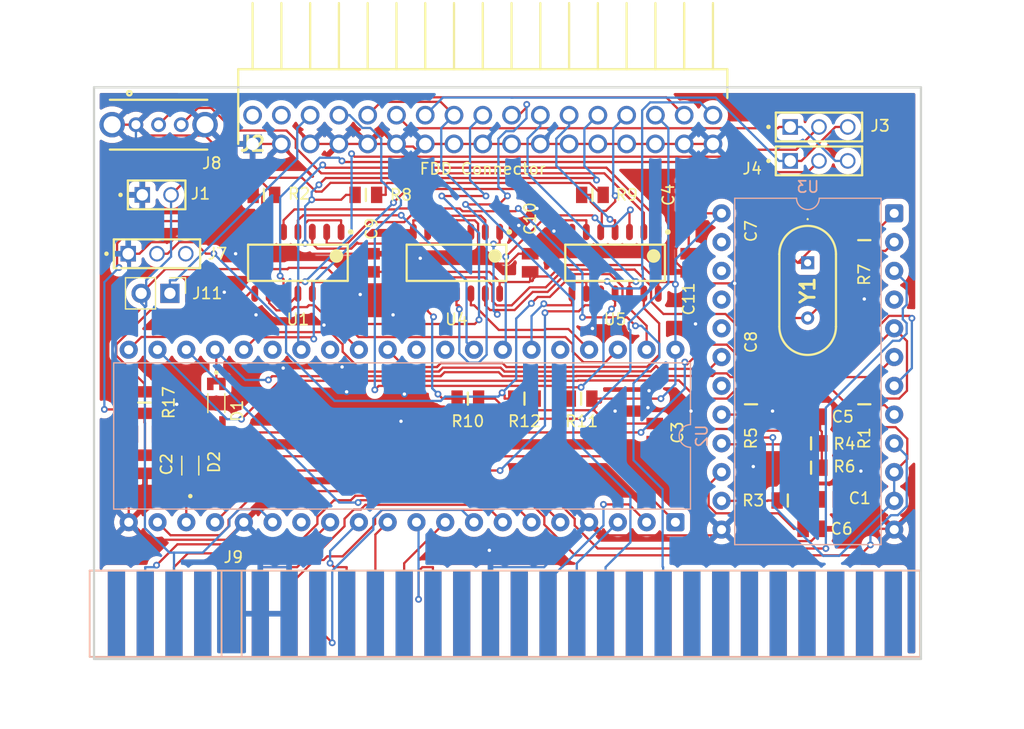
<source format=kicad_pcb>
(kicad_pcb (version 20241229) (generator "pcbnew") (generator_version "9.0")
  (layers (0 "F.Cu" signal) (2 "B.Cu" signal) (13 "F.Paste" user) (15 "B.Paste" user) (5 "F.SilkS" user "F.Silkscreen") (7 "B.SilkS" user "B.Silkscreen") (1 "F.Mask" user) (3 "B.Mask" user) (25 "Edge.Cuts" user))
  (net 0 "")
  (net 1 "GND")
  (net 2 "Net-(C1-Pad1)")
  (net 3 "Net-(U2-RESET)")
  (net 4 "+5V")
  (net 5 "Net-(C5-Pad1)")
  (net 6 "Net-(U3-CONTROL)")
  (net 7 "Net-(U3-OFFSET)")
  (net 8 "N-RST")
  (net 9 "Net-(U3-OSC1)")
  (net 10 "Net-(U3-OSC2)")
  (net 11 "Net-(U3-DRQ)")
  (net 12 "D0")
  (net 13 "A12")
  (net 14 "D5")
  (net 15 "DRD")
  (net 16 "D1")
  (net 17 "D6")
  (net 18 "D3")
  (net 19 "D4")
  (net 20 "D7")
  (net 21 "Net-(U2-SYNC)")
  (net 22 "Net-(U2-INT)")
  (net 23 "{slash}DIR")
  (net 24 "{slash}TRACK00")
  (net 25 "DS0")
  (net 26 "{slash}STEP")
  (net 27 "{slash}WRITEGATE")
  (net 28 "{slash}WRITEPROTECT")
  (net 29 "{slash}SIDESELECT")
  (net 30 "{slash}READDATA")
  (net 31 "DS1")
  (net 32 "MOTORON")
  (net 33 "Net-(J11-Pin_1)")
  (net 34 "READY")
  (net 37 "{slash}WRITEDATA")
  (net 38 "{slash}INDEX")
  (net 39 "Net-(J4-Pad02)")
  (net 40 "DWR")
  (net 42 "Net-(J8-Pad3)")
  (net 43 "D2")
  (net 81 "{slash}RESET")
  (net 82 "Net-(R2-Pad1)")
  (net 83 "Net-(U3-LPF1)")
  (net 84 "Net-(U3-LPF2)")
  (net 85 "Net-(U2-FLT{slash}TRK0)")
  (net 86 "Net-(U2-LCT{slash}DIR)")
  (net 87 "Net-(U1-Pad3)")
  (net 88 "Net-(U1-Pad2)")
  (net 89 "Net-(U2-US0)")
  (net 91 "Net-(U2-INDEX)")
  (net 92 "Net-(U2-WE)")
  (net 93 "Net-(U2-FLTR{slash}STEP)")
  (net 94 "Net-(U2-WPRT{slash}2SIDE)")
  (net 95 "Net-(U2-WINDOW)")
  (net 97 "Net-(U2-WDATA)")
  (net 98 "Net-(U2-CLK)")
  (net 99 "Net-(U2-WCLK)")
  (net 100 "Net-(U2-RDATA)")
  (net 103 "Net-(U2-READY)")
  (net 104 "Net-(U2-SIDE)")
  (net 106 "Net-(U2-!WR{slash}SEEK)")
  (net 108 "Net-(U3-RD_DATA)")
  (footprint "Mods:Resistor 0805" (layer "F.Cu") (at 112 133)
    (property "Reference" "R8")
    (property "Value" "680R" (hide yes))
  )
  (footprint "Mods:TSW-103-07-G-S" (layer "F.Cu") (at 152 130)
    (property "Reference" "J4")
    (property "Value" "BA")
  )
  (footprint "Mods:Resistor 0805" (layer "F.Cu") (at 156 151.5 -90)
    (property "Reference" "R1")
    (property "Value" "10K" (hide yes))
  )
  (footprint "Mods:Resistor 0805" (layer "F.Cu") (at 146 151.5 90)
    (property "Reference" "R5")
    (property "Value" "68K" (hide yes))
  )
  (footprint "Mods:ZX_BUS_Edge_Connector_B_Top" (layer "F.Cu") (at 123 170)
    (property "Reference" "J9")
    (property "Value" "A-Solder Side(Btm) B-Component Side(Top)")
  )
  (footprint "Mods:Switch SPDT RA" (layer "F.Cu") (at 93.7 126.8)
    (property "Reference" "J8")
    (property "Value" "SIDE_SW" (hide yes))
  )
  (footprint "Mods:Capacitor 0805" (layer "F.Cu") (at 112.5 139 90)
    (property "Reference" "C9")
    (property "Value" "100nF" (hide yes))
  )
  (footprint "Mods:Resistor 0805" (layer "F.Cu") (at 132 133)
    (property "Reference" "R9")
    (property "Value" "680R" (hide yes))
  )
  (footprint "Mods:Resistor 0805" (layer "F.Cu") (at 121 151)
    (property "Reference" "R10")
    (property "Value" "680R" (hide yes))
  )
  (footprint "Mods:Resistor 0805" (layer "F.Cu") (at 151.3 157.1)
    (property "Reference" "R6")
    (property "Value" "33K" (hide yes))
  )
  (footprint "Mods:Crystal 16Mhz" (layer "F.Cu") (at 151 139 -90)
    (property "Reference" "Y1")
    (property "Value" "16Mhz" (hide yes))
  )
  (footprint "Mods:SN74HCT04DR" (layer "F.Cu") (at 134 139 -90)
    (property "Reference" "U5")
    (property "Value" "74AHCT04" (hide yes))
  )
  (footprint "Mods:Capacitor 0805" (layer "F.Cu") (at 152.9 159.9)
    (property "Reference" "C1")
    (property "Value" "10nF" (hide yes))
  )
  (footprint "Mods:Diode SMD LL4148" (layer "F.Cu") (at 96.5 156.9125 90)
    (property "Reference" "D2")
    (property "Value" "LL4148" (hide yes))
  )
  (footprint "Mods:TSW-102-07-G-S" (layer "F.Cu") (at 93.53 133)
    (property "Reference" "J1")
    (property "Value" "FDD_PWR")
  )
  (footprint "Mods:Resistor 0805" (layer "F.Cu") (at 149.25 160)
    (property "Reference" "R3")
    (property "Value" "6.8K" (hide yes))
  )
  (footprint "Mods:Capacitor 0805" (layer "F.Cu") (at 140.5 139 -90)
    (property "Reference" "C11")
    (property "Value" "100nF" (hide yes))
  )
  (footprint "Mods:Diode SMD LL4148" (layer "F.Cu") (at 98.8 151.4 -90)
    (property "Reference" "D1")
    (property "Value" "LL4148" (hide yes))
  )
  (footprint "Mods:Resistor 0805" (layer "F.Cu") (at 103 133)
    (property "Reference" "R2")
    (property "Value" "1.5K" (hide yes))
  )
  (footprint "Mods:Capacitor 0805" (layer "F.Cu") (at 146 139.1 -90)
    (property "Reference" "C7")
    (property "Value" "10pF" (hide yes))
  )
  (footprint "Mods:TSW-117-08-T-D-RA" (layer "F.Cu") (at 102 128.5)
    (property "Reference" "J2")
    (property "Value" "FDD Connector")
  )
  (footprint "Mods:SN74HCT04DR" (layer "F.Cu") (at 106 139 -90)
    (property "Reference" "U1")
    (property "Value" "74AHCT04" (hide yes))
  )
  (footprint "Mods:Resistor 0805" (layer "F.Cu") (at 151.3 154.95)
    (property "Reference" "R4")
    (property "Value" "1K5" (hide yes))
  )
  (footprint "Mods:Capacitor 0805" (layer "F.Cu") (at 92.5 156.8 -90)
    (property "Reference" "C2")
    (property "Value" "22nF" (hide yes))
  )
  (footprint "Connector_PinHeader_2.54mm:PinHeader_1x02_P2.54mm_Vertical" (layer "F.Cu") (at 94.7 141.7 -90)
    (property "Reference" "J11")
    (property "Value" "Disk Change")
  )
  (footprint "Mods:SN74HCT00DR" (layer "F.Cu") (at 120 139 -90)
    (property "Reference" "U4")
    (property "Value" "74HC00" (hide yes))
  )
  (footprint "Mods:TSW-103-07-G-S" (layer "F.Cu") (at 93.56 138.2)
    (property "Reference" "J7")
    (property "Value" "READY_SW")
  )
  (footprint "Mods:Capacitor 0805" (layer "F.Cu") (at 126.5 139 90)
    (property "Reference" "C10")
    (property "Value" "100nF" (hide yes))
  )
  (footprint "Mods:Resistor 0805" (layer "F.Cu") (at 126 151)
    (property "Reference" "R12")
    (property "Value" "680R" (hide yes))
  )
  (footprint "Mods:Resistor 0805" (layer "F.Cu") (at 92.45 151.35 -90)
    (property "Reference" "R17")
    (property "Value" "10K" (hide yes))
  )
  (footprint "Mods:Capacitor 0805" (layer "F.Cu") (at 140.5 133 90)
    (property "Reference" "C4")
    (property "Value" "100nF" (hide yes))
  )
  (footprint "Mods:Capacitor 0805" (layer "F.Cu") (at 146 143.3 90)
    (property "Reference" "C8")
    (property "Value" "10pF" (hide yes))
  )
  (footprint "Mods:Capacitor 0805" (layer "F.Cu") (at 151.4 162.5)
    (property "Reference" "C6")
    (property "Value" "47nF" (hide yes))
  )
  (footprint "Mods:Capacitor 0805" (layer "F.Cu") (at 137.5 154 -90)
    (property "Reference" "C3")
    (property "Value" "100nF" (hide yes))
  )
  (footprint "Mods:TSW-103-07-G-S" (layer "F.Cu") (at 152 127)
    (property "Reference" "J3")
    (property "Value" "AB")
  )
  (footprint "Mods:Resistor 0805" (layer "F.Cu") (at 156 137 -90)
    (property "Reference" "R7")
    (property "Value" "1M" (hide yes))
  )
  (footprint "Mods:Resistor 0805" (layer "F.Cu") (at 131 151)
    (property "Reference" "R11")
    (property "Value" "680R" (hide yes))
  )
  (footprint "Mods:Capacitor 0805" (layer "F.Cu") (at 151.3 152.6)
    (property "Reference" "C5")
    (property "Value" "1nF" (hide yes))
  )
  (footprint "Mods:SED9420" (layer "B.Cu") (at 158.64 134.63 180)
    (property "Reference" "U3")
    (property "Value" "SED9420C")
  )
  (footprint "Mods:UPD765A" (layer "B.Cu") (at 139.325 161.92 90)
    (property "Reference" "U2")
    (property "Value" "UPD765A")
  )
  (gr_line (start 88 174) (end 88 123.5) (stroke (width 0.19761)) (layer "Edge.Cuts"))
  (gr_line (start 88 123.5) (end 161 123.5) (stroke (width 0.2032)) (layer "Edge.Cuts"))
  (gr_line (start 161 174) (end 161 123.5) (stroke (width 0.2032)) (layer "Edge.Cuts"))
  (gr_line (start 88 174) (end 161 174) (stroke (width 0.2032)) (layer "Edge.Cuts"))
  (segment (start 113.5367 138.2) (end 121.905 138.2) (width 0.2) (layer "F.Cu") (net 1))
  (segment (start 118.73 135.2498) (end 118.7285 135.2483) (width 0.2) (layer "F.Cu") (net 1))
  (segment (start 97.6221 137.3017) (end 97.0979 136.7775) (width 0.2) (layer "F.Cu") (net 1))
  (segment (start 119.78 128.5) (end 118.51 128.5) (width 0.2) (layer "F.Cu") (net 1))
  (segment (start 112.5 138.2) (end 111.4633 138.2) (width 0.2) (layer "F.Cu") (net 1))
  (segment (start 97.0979 136.7775) (end 95.1485 136.7775) (width 0.2) (layer "F.Cu") (net 1))
  (segment (start 143.4 162.57) (end 137.5 156.67) (width 0.2) (layer "F.Cu") (net 1))
  (segment (start 97.8 126.8) (end 97.8 127.7562) (width 0.2) (layer "F.Cu") (net 1))
  (segment (start 114.9328 128.7328) (end 114.7 128.5) (width 0.2) (layer "F.Cu") (net 1))
  (segment (start 107.08 128.5) (end 109.62 128.5) (width 0.2) (layer "F.Cu") (net 1))
  (segment (start 140.5 140.0764) (end 139.3873 138.9637) (width 0.2) (layer "F.Cu") (net 1))
  (segment (start 126.5 138.2) (end 129.2917 138.2) (width 0.2) (layer "F.Cu") (net 1))
  (segment (start 91.7 126.8) (end 92.6562 127.7562) (width 0.2) (layer "F.Cu") (net 1))
  (segment (start 135.02 128.5) (end 137.56 128.5) (width 0.2) (layer "F.Cu") (net 1))
  (segment (start 116.6528 128.9686) (end 116.6469 128.9627) (width 0.2) (layer "F.Cu") (net 1))
  (segment (start 91.065 159.8467) (end 91.065 161.92) (width 0.2) (layer "F.Cu") (net 1))
  (segment (start 151.3188 163.5842) (end 144.4142 163.5842) (width 0.2) (layer "F.Cu") (net 1))
  (segment (start 153.7 159.9) (end 153.7 162.5) (width 0.2) (layer "F.Cu") (net 1))
  (segment (start 132.863 163.078) (end 131.705 161.92) (width 0.2) (layer "F.Cu") (net 1))
  (segment (start 91.7 126.8) (end 89.6 126.8) (width 0.2) (layer "F.Cu") (net 1))
  (segment (start 140.5 140.0764) (end 140.5 140.6117) (width 0.2) (layer "F.Cu") (net 1))
  (segment (start 139.4633 137.6411) (end 139.3873 137.7171) (width 0.2) (layer "F.Cu") (net 1))
  (segment (start 140.7071 140.8188) (end 140.5 140.6117) (width 0.2) (layer "F.Cu") (net 1))
  (segment (start 142.64 128.5) (end 140.1 128.5) (width 0.2) (layer "F.Cu") (net 1))
  (segment (start 120 136.275) (end 120 135.2483) (width 0.2) (layer "F.Cu") (net 1))
  (segment (start 152.403 162.5) (end 151.3188 163.5842) (width 0.2) (layer "F.Cu") (net 1))
  (segment (start 139.3873 138.9637) (end 139.3873 137.7171) (width 0.2) (layer "F.Cu") (net 1))
  (segment (start 118.51 128.5) (end 117.6114 128.5) (width 0.2) (layer "F.Cu") (net 1))
  (segment (start 98.5438 128.5) (end 102 128.5) (width 0.2) (layer "F.Cu") (net 1))
  (segment (start 118.73 135.3491) (end 118.73 135.2498) (width 0.2) (layer "F.Cu") (net 1))
  (segment (start 119.78 128.5) (end 122.32 128.5) (width 0.2) (layer "F.Cu") (net 1))
  (segment (start 152.403 162.5) (end 152.6059 162.5) (width 0.2) (layer "F.Cu") (net 1))
  (segment (start 127.4 128.5) (end 129.94 128.5) (width 0.2) (layer "F.Cu") (net 1))
  (segment (start 118.51 128.5) (end 117.24 128.5) (width 0.2) (layer "F.Cu") (net 1))
  (segment (start 99.6766 163.4684) (end 101.225 161.92) (width 0.2) (layer "F.Cu") (net 1))
  (segment (start 140.5 139.8) (end 140.5 140.0764) (width 0.2) (layer "F.Cu") (net 1))
  (segment (start 93.029 137.1777) (end 92.0067 138.2) (width 0.2) (layer "F.Cu") (net 1))
  (segment (start 130.6054 137.7171) (end 130.19 137.3017) (width 0.2) (layer "F.Cu") (net 1))
  (segment (start 140.1 128.5) (end 137.56 128.5) (width 0.2) (layer "F.Cu") (net 1))
  (segment (start 146 140.8188) (end 144.5568 140.8188) (width 0.2) (layer "F.Cu") (net 1))
  (segment (start 92.6562 127.7562) (end 97.8 127.7562) (width 0.2) (layer "F.Cu") (net 1))
  (segment (start 117.1428 128.9686) (end 116.6528 128.9686) (width 0.2) (layer "F.Cu") (net 1))
  (segment (start 97.8 127.7562) (end 98.5438 128.5) (width 0.2) (layer "F.Cu") (net 1))
  (segment (start 116.6469 128.9627) (end 116.4046 128.9627) (width 0.2) (layer "F.Cu") (net 1))
  (segment (start 116.4046 128.9627) (end 116.1747 128.7328) (width 0.2) (layer "F.Cu") (net 1))
  (segment (start 117.6114 128.5) (end 117.1428 128.9686) (width 0.2) (layer "F.Cu") (net 1))
  (segment (start 102 128.5) (end 104.54 128.5) (width 0.2) (layer "F.Cu") (net 1))
  (segment (start 112.5 138.2) (end 113.5367 138.2) (width 0.2) (layer "F.Cu") (net 1))
  (segment (start 121.905 138.2) (end 121.905 135.5458) (width 0.2) (layer "F.Cu") (net 1))
  (segment (start 132.48 128.5) (end 135.02 128.5) (width 0.2) (layer "F.Cu") (net 1))
  (segment (start 102.19 137.3017) (end 97.6221 137.3017) (width 0.2) (layer "F.Cu") (net 1))
  (segment (start 102.19 136.275) (end 102.19 137.3017) (width 0.2) (layer "F.Cu") (net 1))
  (segment (start 91.02 138.2) (end 92.0067 138.2) (width 0.2) (layer "F.Cu") (net 1))
  (segment (start 129.2917 138.2) (end 130.19 137.3017) (width 0.2) (layer "F.Cu") (net 1))
  (segment (start 122.32 128.5) (end 124.86 128.5) (width 0.2) (layer "F.Cu") (net 1))
  (segment (start 124.5961 139.0721) (end 125.4633 138.2049) (width 0.2) (layer "F.Cu") (net 1))
  (segment (start 92.5 157.6) (end 92.5 158.4117) (width 0.2) (layer "F.Cu") (net 1))
  (segment (start 126.5 138.2) (end 125.4633 138.2) (width 0.2) (layer "F.Cu") (net 1))
  (segment (start 153.7 162.5) (end 158.57 162.5) (width 0.2) (layer "F.Cu") (net 1))
  (segment (start 144.4142 163.5842) (end 143.4 162.57) (width 0.2) (layer "F.Cu") (net 1))
  (segment (start 91.065 161.92) (end 92.6134 163.4684) (width 0.2) (layer "F.Cu") (net 1))
  (segment (start 92.5 158.4117) (end 91.065 159.8467) (width 0.2) (layer "F.Cu") (net 1))
  (segment (start 125.4633 138.2049) (end 125.4633 138.2) (width 0.2) (layer "F.Cu") (net 1))
  (segment (start 144.5568 140.8188) (end 140.7071 140.8188) (width 0.2) (layer "F.Cu") (net 1))
  (segment (start 116.1747 128.7328) (end 114.9328 128.7328) (width 0.2) (layer "F.Cu") (net 1))
  (segment (start 116.19 136.275) (end 116.19 135.2483) (width 0.2) (layer "F.Cu") (net 1))
  (segment (start 140.5 132.2) (end 139.4633 132.2) (width 0.2) (layer "F.Cu") (net 1))
  (segment (start 118.73 135.2483) (end 120 135.2483) (width 0.2) (layer "F.Cu") (net 1))
  (segment (start 103.0883 138.2) (end 111.4633 138.2) (width 0.2) (layer "F.Cu") (net 1))
  (segment (start 152.6059 162.5) (end 153.7 162.5) (width 0.2) (layer "F.Cu") (net 1))
  (segment (start 143.4 162.57) (end 142.892 163.078) (width 0.2) (layer "F.Cu") (net 1))
  (segment (start 139.4633 132.2) (end 139.4633 137.6411) (width 0.2) (layer "F.Cu") (net 1))
  (segment (start 137.5 156.67) (end 137.5 154.8) (width 0.2) (layer "F.Cu") (net 1))
  (segment (start 132.48 128.5) (end 129.94 128.5) (width 0.2) (layer "F.Cu") (net 1))
  (segment (start 130.19 136.275) (end 130.19 137.3017) (width 0.2) (layer "F.Cu") (net 1))
  (segment (start 146 140.8188) (end 146 142.5) (width 0.2) (layer "F.Cu") (net 1))
  (segment (start 121.905 135.5458) (end 121.6075 135.2483) (width 0.2) (layer "F.Cu") (net 1))
  (segment (start 124.86 128.5) (end 127.4 128.5) (width 0.2) (layer "F.Cu") (net 1))
  (segment (start 118.73 136.275) (end 118.73 135.3491) (width 0.2) (layer "F.Cu") (net 1))
  (segment (start 121.905 138.2) (end 122.7771 139.0721) (width 0.2) (layer "F.Cu") (net 1))
  (segment (start 92.6134 163.4684) (end 99.6766 163.4684) (width 0.2) (layer "F.Cu") (net 1))
  (segment (start 152.2 162.5) (end 152.403 162.5) (width 0.2) (layer "F.Cu") (net 1))
  (segment (start 146 139.9) (end 146 140.8188) (width 0.2) (layer "F.Cu") (net 1))
  (segment (start 142.892 163.078) (end 132.863 163.078) (width 0.2) (layer "F.Cu") (net 1))
  (segment (start 114.7 128.5) (end 112.16 128.5) (width 0.2) (layer "F.Cu") (net 1))
  (segment (start 112.16 128.5) (end 109.62 128.5) (width 0.2) (layer "F.Cu") (net 1))
  (segment (start 118.73 135.2498) (end 118.73 135.2483) (width 0.2) (layer "F.Cu") (net 1))
  (segment (start 121.6075 135.2483) (end 120 135.2483) (width 0.2) (layer "F.Cu") (net 1))
  (segment (start 122.7771 139.0721) (end 124.5961 139.0721) (width 0.2) (layer "F.Cu") (net 1))
  (segment (start 94.7483 137.1777) (end 93.029 137.1777) (width 0.2) (layer "F.Cu") (net 1))
  (segment (start 102.19 137.3017) (end 103.0883 138.2) (width 0.2) (layer "F.Cu") (net 1))
  (segment (start 158.57 162.5) (end 158.64 162.57) (width 0.2) (layer "F.Cu") (net 1))
  (segment (start 118.7285 135.2483) (end 116.19 135.2483) (width 0.2) (layer "F.Cu") (net 1))
  (segment (start 139.3873 137.7171) (end 130.6054 137.7171) (width 0.2) (layer "F.Cu") (net 1))
  (segment (start 95.1485 136.7775) (end 94.7483 137.1777) (width 0.2) (layer "F.Cu") (net 1))
  (via (at 110.3 150.4) (size 0.6) (drill 0.3) (layers "F.Cu" "B.Cu") (net 1))
  (via (at 99.5 141.6) (size 0.6) (drill 0.3) (layers "F.Cu" "B.Cu") (net 1))
  (via (at 114.4 143.6) (size 0.6) (drill 0.3) (layers "F.Cu" "B.Cu") (net 1))
  (via (at 156 142.2) (size 0.6) (drill 0.3) (layers "F.Cu" "B.Cu") (net 1))
  (via (at 116.8 138.6) (size 0.6) (drill 0.3) (layers "F.Cu" "B.Cu") (net 1))
  (via (at 108.3 144.5) (size 0.6) (drill 0.3) (layers "F.Cu" "B.Cu") (net 1))
  (via (at 132 144.8) (size 0.6) (drill 0.3) (layers "F.Cu" "B.Cu") (net 1))
  (via (at 115.1 153) (size 0.6) (drill 0.3) (layers "F.Cu" "B.Cu") (net 1))
  (via (at 95.3 151.5) (size 0.6) (drill 0.3) (layers "F.Cu" "B.Cu") (net 1))
  (via (at 147.9 152.1) (size 0.6) (drill 0.3) (layers "F.Cu" "B.Cu") (net 1))
  (via (at 109.9 148.2) (size 0.6) (drill 0.3) (layers "F.Cu" "B.Cu") (net 1))
  (via (at 144.5568 140.8188) (size 0.6) (drill 0.3) (layers "F.Cu" "B.Cu") (net 1))
  (via (at 127.1 134.2) (size 0.6) (drill 0.3) (layers "F.Cu" "B.Cu") (net 1))
  (via (at 155.7 157.4) (size 0.6) (drill 0.3) (layers "F.Cu" "B.Cu") (net 1))
  (via (at 128.6 136.2) (size 0.6) (drill 0.3) (layers "F.Cu" "B.Cu") (net 1))
  (via (at 134 152.1) (size 0.6) (drill 0.3) (layers "F.Cu" "B.Cu") (net 1))
  (via (at 104.7 148.3) (size 0.6) (drill 0.3) (layers "F.Cu" "B.Cu") (net 1))
  (via (at 140.7 152.1) (size 0.6) (drill 0.3) (layers "F.Cu" "B.Cu") (net 1))
  (via (at 100.5 138.2) (size 0.6) (drill 0.3) (layers "F.Cu" "B.Cu") (net 1))
  (via (at 141.1 144.4) (size 0.6) (drill 0.3) (layers "F.Cu" "B.Cu") (net 1))
  (via (at 136.9 151.8) (size 0.6) (drill 0.3) (layers "F.Cu" "B.Cu") (net 1))
  (via (at 111.5 141.8) (size 0.6) (drill 0.3) (layers "F.Cu" "B.Cu") (net 1))
  (via (at 102.3 143.6) (size 0.6) (drill 0.3) (layers "F.Cu" "B.Cu") (net 1))
  (via (at 122.9 164.4) (size 0.6) (drill 0.3) (layers "F.Cu" "B.Cu") (net 1))
  (via (at 137 150.3) (size 0.6) (drill 0.3) (layers "F.Cu" "B.Cu") (net 1))
  (via (at 146.2 157) (size 0.6) (drill 0.3) (layers "F.Cu" "B.Cu") (net 1))
  (via (at 115.4 150.6) (size 0.6) (drill 0.3) (layers "F.Cu" "B.Cu") (net 1))
  (via (at 125.5 135.7) (size 0.6) (drill 0.3) (layers "F.Cu" "B.Cu") (net 1))
  (segment (start 123 170) (end 123 165.8883) (width 0.2) (layer "B.Cu") (net 1))
  (segment (start 143.4 162.57) (end 144.5342 161.4358) (width 0.2) (layer "B.Cu") (net 1))
  (segment (start 102.68 165.8883) (end 105.22 165.8883) (width 0.2) (layer "B.Cu") (net 1))
  (segment (start 92.26 133) (end 92.26 132.0133) (width 0.2) (layer "B.Cu") (net 1))
  (segment (start 105.22 170) (end 105.22 165.8883) (width 0.2) (layer "B.Cu") (net 1))
  (segment (start 92.26 133) (end 92.26 133.9867) (width 0.2) (layer "B.Cu") (net 1))
  (segment (start 144.5342 130.3942) (end 142.64 128.5) (width 0.2) (layer "B.Cu") (net 1))
  (segment (start 102.68 170) (end 102.68 165.8883) (width 0.2) (layer "B.Cu") (net 1))
  (segment (start 91.02 139.7547) (end 91.02 139.1867) (width 0.2) (layer "B.Cu") (net 1))
  (segment (start 102.68 165.8883) (end 102.68 163.375) (width 0.2) (layer "B.Cu") (net 1))
  (segment (start 91.7 131.4533) (end 91.7 126.8) (width 0.2) (layer "B.Cu") (net 1))
  (segment (start 91.02 138.2) (end 91.02 135.2267) (width 0.2) (layer "B.Cu") (net 1))
  (segment (start 92.26 132.0133) (end 91.7 131.4533) (width 0.2) (layer "B.Cu") (net 1))
  (segment (start 144.5342 161.4358) (end 144.5342 140.8188) (width 0.2) (layer "B.Cu") (net 1))
  (segment (start 102.68 163.375) (end 101.225 161.92) (width 0.2) (layer "B.Cu") (net 1))
  (segment (start 89.917 140.8577) (end 91.02 139.7547) (width 0.2) (layer "B.Cu") (net 1))
  (segment (start 123 165.8883) (end 127.7367 165.8883) (width 0.2) (layer "B.Cu") (net 1))
  (segment (start 89.917 160.772) (end 89.917 140.8577) (width 0.2) (layer "B.Cu") (net 1))
  (segment (start 91.02 135.2267) (end 92.26 133.9867) (width 0.2) (layer "B.Cu") (net 1))
  (segment (start 91.02 138.2) (end 91.02 139.1867) (width 0.2) (layer "B.Cu") (net 1))
  (segment (start 144.5342 140.8188) (end 144.5568 140.8188) (width 0.2) (layer "B.Cu") (net 1))
  (segment (start 127.7367 165.8883) (end 131.705 161.92) (width 0.2) (layer "B.Cu") (net 1))
  (segment (start 144.5342 140.8188) (end 144.5342 130.3942) (width 0.2) (layer "B.Cu") (net 1))
  (segment (start 91.065 161.92) (end 89.917 160.772) (width 0.2) (layer "B.Cu") (net 1))
  (segment (start 151.1883 160) (end 151.2883 159.9) (width 0.2) (layer "F.Cu") (net 2))
  (segment (start 152.1 159.9) (end 151.2883 159.9) (width 0.2) (layer "F.Cu") (net 2))
  (segment (start 150.2 160) (end 151.1883 160) (width 0.2) (layer "F.Cu") (net 2))
  (segment (start 93.6304 156.0937) (end 93.5367 156) (width 0.2) (layer "F.Cu") (net 3))
  (segment (start 91.998 135.3185) (end 90.0333 137.2832) (width 0.2) (layer "F.Cu") (net 3))
  (segment (start 103.95 133) (end 102.8827 131.9327) (width 0.2) (layer "F.Cu") (net 3))
  (segment (start 102.8827 131.9327) (end 101.4656 131.9327) (width 0.2) (layer "F.Cu") (net 3))
  (segment (start 92.5 153.1517) (end 92.5 156) (width 0.2) (layer "F.Cu") (net 3))
  (segment (start 90.0333 139.2481) (end 90.2035 139.4183) (width 0.2) (layer "F.Cu") (net 3))
  (segment (start 101.4656 131.9327) (end 98.0798 135.3185) (width 0.2) (layer "F.Cu") (net 3))
  (segment (start 92.5 156) (end 93.5367 156) (width 0.2) (layer "F.Cu") (net 3))
  (segment (start 90.0333 137.2832) (end 90.0333 139.2481) (width 0.2) (layer "F.Cu") (net 3))
  (segment (start 98.0798 135.3185) (end 91.998 135.3185) (width 0.2) (layer "F.Cu") (net 3))
  (segment (start 139.325 161.92) (end 133.4987 156.0937) (width 0.2) (layer "F.Cu") (net 3))
  (segment (start 88.9135 151.9525) (end 91.0758 151.9525) (width 0.2) (layer "F.Cu") (net 3))
  (segment (start 91.0758 151.9525) (end 91.4233 152.3) (width 0.2) (layer "F.Cu") (net 3))
  (segment (start 133.4987 156.0937) (end 93.6304 156.0937) (width 0.2) (layer "F.Cu") (net 3))
  (segment (start 92.45 153.1017) (end 92.5 153.1517) (width 0.2) (layer "F.Cu") (net 3))
  (segment (start 92.45 152.3) (end 91.4233 152.3) (width 0.2) (layer "F.Cu") (net 3))
  (segment (start 92.45 152.3) (end 92.45 153.1017) (width 0.2) (layer "F.Cu") (net 3))
  (via (at 88.9135 151.9525) (size 0.6) (drill 0.3) (layers "F.Cu" "B.Cu") (net 3))
  (via (at 90.2035 139.4183) (size 0.6) (drill 0.3) (layers "F.Cu" "B.Cu") (net 3))
  (segment (start 88.9135 140.7083) (end 88.9135 151.9525) (width 0.2) (layer "B.Cu") (net 3))
  (segment (start 90.2035 139.4183) (end 88.9135 140.7083) (width 0.2) (layer "B.Cu") (net 3))
  (segment (start 158.7724 153.5216) (end 156.2699 153.5216) (width 0.2) (layer "F.Cu") (net 4))
  (segment (start 105.0506 139.5577) (end 94.3023 139.5577) (width 0.2) (layer "F.Cu") (net 4))
  (segment (start 156.2699 153.5216) (end 156 153.2517) (width 0.2) (layer "F.Cu") (net 4))
  (segment (start 140.5 134.6483) (end 140.5 138.2) (width 0.2) (layer "F.Cu") (net 4))
  (segment (start 132.8138 133) (end 132.95 133) (width 0.2) (layer "F.Cu") (net 4))
  (segment (start 140.5 133.8) (end 140.5 134.6117) (width 0.2) (layer "F.Cu") (net 4))
  (segment (start 145.2184 153.68) (end 139.0167 153.68) (width 0.2) (layer "F.Cu") (net 4))
  (segment (start 101.0481 131.6664) (end 100.8833 131.8312) (width 0.2) (layer "F.Cu") (net 4))
  (segment (start 128.2699 140.21) (end 126.9776 140.21) (width 0.2) (layer "F.Cu") (net 4))
  (segment (start 132.5854 151.3465) (end 132.35 151.5819) (width 0.2) (layer "F.Cu") (net 4))
  (segment (start 140.5183 134.63) (end 140.5 134.6117) (width 0.2) (layer "F.Cu") (net 4))
  (segment (start 105.0694 139.5765) (end 105.0506 139.5577) (width 0.2) (layer "F.Cu") (net 4))
  (segment (start 108.876 131.9376) (end 113.614 131.9376) (width 0.2) (layer "F.Cu") (net 4))
  (segment (start 109.81 141.725) (end 109.81 140.6983) (width 0.2) (layer "F.Cu") (net 4))
  (segment (start 132.17 152.0053) (end 132.1501 152.0252) (width 0.2) (layer "F.Cu") (net 4))
  (segment (start 108.1016 132.712) (end 108.876 131.9376) (width 0.2) (layer "F.Cu") (net 4))
  (segment (start 122.7517 151) (end 123.3984 151) (width 0.2) (layer "F.Cu") (net 4))
  (segment (start 106.3632 131.4898) (end 107.5854 132.712) (width 0.2) (layer "F.Cu") (net 4))
  (segment (start 124.425 152.0267) (end 125.675 152.0267) (width 0.2) (layer "F.Cu") (net 4))
  (segment (start 109.81 140.6983) (end 110.7083 139.8) (width 0.2) (layer "F.Cu") (net 4))
  (segment (start 137.81 140.6983) (end 136.3126 139.2009) (width 0.2) (layer "F.Cu") (net 4))
  (segment (start 109.81 140.6983) (end 108.5595 139.4478) (width 0.2) (layer "F.Cu") (net 4))
  (segment (start 126.4134 140.6983) (end 123.81 140.6983) (width 0.2) (layer "F.Cu") (net 4))
  (segment (start 132.35 151.6649) (end 132.17 151.8449) (width 0.2) (layer "F.Cu") (net 4))
  (segment (start 139.0167 153.68) (end 138.5367 153.2) (width 0.2) (layer "F.Cu") (net 4))
  (segment (start 132.15 152.0267) (end 133.3233 153.2) (width 0.2) (layer "F.Cu") (net 4))
  (segment (start 132.17 151.8449) (end 132.17 152.0053) (width 0.2) (layer "F.Cu") (net 4))
  (segment (start 101.0481 131.6664) (end 100.8833 131.8312) (width 0.2) (layer "F.Cu") (net 4))
  (segment (start 132.15 152.0252) (end 132.15 152.0267) (width 0.2) (layer "F.Cu") (net 4))
  (segment (start 133.3233 153.2) (end 137.5 153.2) (width 0.2) (layer "F.Cu") (net 4))
  (segment (start 159.7943 156.3357) (end 159.7943 154.5435) (width 0.2) (layer "F.Cu") (net 4))
  (segment (start 121.95 151) (end 122.7517 151) (width 0.2) (layer "F.Cu") (net 4))
  (segment (start 113.7517 132.0753) (end 113.7517 133) (width 0.2) (layer "F.Cu") (net 4))
  (segment (start 108.5595 139.4478) (end 105.1981 139.4478) (width 0.2) (layer "F.Cu") (net 4))
  (segment (start 123.3984 151) (end 123.3984 151.0001) (width 0.2) (layer "F.Cu") (net 4))
  (segment (start 147.924 154.4357) (end 145.9741 154.4357) (width 0.2) (layer "F.Cu") (net 4))
  (segment (start 101.2247 131.4898) (end 106.3632 131.4898) (width 0.2) (layer "F.Cu") (net 4))
  (segment (start 112.95 133) (end 113.7517 133) (width 0.2) (layer "F.Cu") (net 4))
  (segment (start 136.3126 139.2009) (end 129.279 139.2009) (width 0.2) (layer "F.Cu") (net 4))
  (segment (start 132.7517 151) (end 132.7517 151.2881) (width 0.2) (layer "F.Cu") (net 4))
  (segment (start 126.5 140.6117) (end 126.4134 140.6983) (width 0.2) (layer "F.Cu") (net 4))
  (segment (start 131.95 151) (end 132.7517 151) (width 0.2) (layer "F.Cu") (net 4))
  (segment (start 125.675 152.0267) (end 126.1483 151.5534) (width 0.2) (layer "F.Cu") (net 4))
  (segment (start 132.15 152.0267) (end 126.6216 152.0267) (width 0.2) (layer "F.Cu") (net 4))
  (segment (start 140.5183 134.63) (end 140.5 134.6483) (width 0.2) (layer "F.Cu") (net 4))
  (segment (start 132.7517 151.2881) (end 132.6933 151.3465) (width 0.2) (layer "F.Cu") (net 4))
  (segment (start 132.35 151.5819) (end 132.35 151.6649) (width 0.2) (layer "F.Cu") (net 4))
  (segment (start 131.7607 131.9469) (end 132.8138 133) (width 0.2) (layer "F.Cu") (net 4))
  (segment (start 143.4 134.63) (end 140.5183 134.63) (width 0.2) (layer "F.Cu") (net 4))
  (segment (start 107.5854 132.712) (end 108.1016 132.712) (width 0.2) (layer "F.Cu") (net 4))
  (segment (start 113.614 131.9376) (end 113.7517 132.0753) (width 0.2) (layer "F.Cu") (net 4))
  (segment (start 123.81 140.6983) (end 122.9117 139.8) (width 0.2) (layer "F.Cu") (net 4))
  (segment (start 100.8833 131.8312) (end 95.9688 131.8312) (width 0.2) (layer "F.Cu") (net 4))
  (segment (start 112.5 139.8) (end 113.5367 139.8) (width 0.2) (layer "F.Cu") (net 4))
  (segment (start 139.1266 140.6983) (end 137.81 140.6983) (width 0.2) (layer "F.Cu") (net 4))
  (segment (start 158.64 157.49) (end 159.7943 156.3357) (width 0.2) (layer "F.Cu") (net 4))
  (segment (start 132.6933 151.3465) (end 132.5854 151.3465) (width 0.2) (layer "F.Cu") (net 4))
  (segment (start 126.95 151) (end 126.1483 151) (width 0.2) (layer "F.Cu") (net 4))
  (segment (start 126.9776 140.21) (end 126.7422 140.4454) (width 0.2) (layer "F.Cu") (net 4))
  (segment (start 110.7083 139.8) (end 111.4633 139.8) (width 0.2) (layer "F.Cu") (net 4))
  (segment (start 156 152.45) (end 156 153.2517) (width 0.2) (layer "F.Cu") (net 4))
  (segment (start 145.9741 154.4357) (end 145.2184 153.68) (width 0.2) (layer "F.Cu") (net 4))
  (segment (start 95.9688 131.8312) (end 94.8 133) (width 0.2) (layer "F.Cu") (net 4))
  (segment (start 132.7517 151) (end 138.0427 151) (width 0.2) (layer "F.Cu") (net 4))
  (segment (start 113.8801 131.9469) (end 131.7607 131.9469) (width 0.2) (layer "F.Cu") (net 4))
  (segment (start 126.6216 152.0267) (end 126.1483 151.5534) (width 0.2) (layer "F.Cu") (net 4))
  (segment (start 137.81 141.725) (end 137.81 140.6983) (width 0.2) (layer "F.Cu") (net 4))
  (segment (start 105.1981 139.4478) (end 105.0694 139.5765) (width 0.2) (layer "F.Cu") (net 4))
  (segment (start 139.325 140.8967) (end 139.1266 140.6983) (width 0.2) (layer "F.Cu") (net 4))
  (segment (start 132.1501 152.0252) (end 132.15 152.0252) (width 0.2) (layer "F.Cu") (net 4))
  (segment (start 123.81 141.725) (end 123.81 140.6983) (width 0.2) (layer "F.Cu") (net 4))
  (segment (start 105.1981 139.4478) (end 105.0694 139.5765) (width 0.2) (layer "F.Cu") (net 4))
  (segment (start 126.7422 140.4454) (end 126.7422 140.5533) (width 0.2) (layer "F.Cu") (net 4))
  (segment (start 126.1483 151.5534) (end 126.1483 151) (width 0.2) (layer "F.Cu") (net 4))
  (segment (start 126.7422 140.5533) (end 126.6838 140.6117) (width 0.2) (layer "F.Cu") (net 4))
  (segment (start 126.6838 140.6117) (end 126.5 140.6117) (width 0.2) (layer "F.Cu") (net 4))
  (segment (start 94.3023 139.5577) (end 92.16 141.7) (width 0.2) (layer "F.Cu") (net 4))
  (segment (start 123.3984 151.0001) (end 124.425 152.0267) (width 0.2) (layer "F.Cu") (net 4))
  (segment (start 126.5 139.8) (end 126.5 140.6117) (width 0.2) (layer "F.Cu") (net 4))
  (segment (start 159.7943 154.5435) (end 158.7724 153.5216) (width 0.2) (layer "F.Cu") (net 4))
  (segment (start 113.7517 132.0753) (end 113.8801 131.9469) (width 0.2) (layer "F.Cu") (net 4))
  (segment (start 137.5 153.2) (end 138.5367 153.2) (width 0.2) (layer "F.Cu") (net 4))
  (segment (start 112.5 139.8) (end 111.4633 139.8) (width 0.2) (layer "F.Cu") (net 4))
  (segment (start 129.279 139.2009) (end 128.2699 140.21) (width 0.2) (layer "F.Cu") (net 4))
  (segment (start 122.9117 139.8) (end 113.5367 139.8) (width 0.2) (layer "F.Cu") (net 4))
  (segment (start 101.0481 131.6664) (end 101.2247 131.4898) (width 0.2) (layer "F.Cu") (net 4))
  (via (at 138.0427 151) (size 0.6) (drill 0.3) (layers "F.Cu" "B.Cu") (net 4))
  (via (at 139.325 140.8967) (size 0.6) (drill 0.3) (layers "F.Cu" "B.Cu") (net 4))
  (via (at 147.924 154.4357) (size 0.6) (drill 0.3) (layers "F.Cu" "B.Cu") (net 4))
  (segment (start 99.955 161.6228) (end 100.811 160.7668) (width 0.2) (layer "B.Cu") (net 4))
  (segment (start 139.325 146.68) (end 139.325 140.8967) (width 0.2) (layer "B.Cu") (net 4))
  (segment (start 95.06 170) (end 95.06 165.8883) (width 0.2) (layer "B.Cu") (net 4))
  (segment (start 92.4926 162.4384) (end 92.4926 142.8749) (width 0.2) (layer "B.Cu") (net 4))
  (segment (start 93.6825 139.4708) (end 93.7903 139.4708) (width 0.2) (layer "B.Cu") (net 4))
  (segment (start 94.6588 164.6046) (end 92.4926 162.4384) (width 0.2) (layer "B.Cu") (net 4))
  (segment (start 139.325 138.705) (end 143.4 134.63) (width 0.2) (layer "B.Cu") (net 4))
  (segment (start 158.64 160.03) (end 158.64 157.49) (width 0.2) (layer "B.Cu") (net 4))
  (segment (start 139.325 149.7177) (end 138.0427 151) (width 0.2) (layer "B.Cu") (net 4))
  (segment (start 93.7903 139.4708) (end 94.8 138.4611) (width 0.2) (layer "B.Cu") (net 4))
  (segment (start 92.4926 142.8749) (end 92.16 142.5423) (width 0.2) (layer "B.Cu") (net 4))
  (segment (start 92.4926 142.8749) (end 92.5451 142.8749) (width 0.2) (layer "B.Cu") (net 4))
  (segment (start 97.5978 164.6046) (end 99.955 162.2474) (width 0.2) (layer "B.Cu") (net 4))
  (segment (start 139.325 146.68) (end 139.325 149.7177) (width 0.2) (layer "B.Cu") (net 4))
  (segment (start 95.06 164.6046) (end 97.5978 164.6046) (width 0.2) (layer "B.Cu") (net 4))
  (segment (start 94.8 138.4611) (end 94.8 133) (width 0.2) (layer "B.Cu") (net 4))
  (segment (start 92.6035 142.8165) (end 92.6035 140.5498) (width 0.2) (layer "B.Cu") (net 4))
  (segment (start 92.6035 140.5498) (end 93.6825 139.4708) (width 0.2) (layer "B.Cu") (net 4))
  (segment (start 152.3751 164.8891) (end 147.924 160.438) (width 0.2) (layer "B.Cu") (net 4))
  (segment (start 95.06 165.8883) (end 95.06 164.6046) (width 0.2) (layer "B.Cu") (net 4))
  (segment (start 99.955 162.2474) (end 99.955 161.6228) (width 0.2) (layer "B.Cu") (net 4))
  (segment (start 147.924 160.438) (end 147.924 154.4357) (width 0.2) (layer "B.Cu") (net 4))
  (segment (start 100.811 160.7668) (end 102.6118 160.7668) (width 0.2) (layer "B.Cu") (net 4))
  (segment (start 95.06 164.6046) (end 94.6588 164.6046) (width 0.2) (layer "B.Cu") (net 4))
  (segment (start 102.6118 160.7668) (end 103.765 161.92) (width 0.2) (layer "B.Cu") (net 4))
  (segment (start 153.7809 164.8891) (end 152.3751 164.8891) (width 0.2) (layer "B.Cu") (net 4))
  (segment (start 92.16 142.5423) (end 92.16 141.7) (width 0.2) (layer "B.Cu") (net 4))
  (segment (start 158.64 160.03) (end 153.7809 164.8891) (width 0.2) (layer "B.Cu") (net 4))
  (segment (start 92.5451 142.8749) (end 92.6035 142.8165) (width 0.2) (layer "B.Cu") (net 4))
  (segment (start 139.325 140.8967) (end 139.325 138.705) (width 0.2) (layer "B.Cu") (net 4))
  (segment (start 149.6883 152.6) (end 147.6383 150.55) (width 0.2) (layer "F.Cu") (net 5))
  (segment (start 147.6383 150.55) (end 146 150.55) (width 0.2) (layer "F.Cu") (net 5))
  (segment (start 150.5 152.6) (end 149.6883 152.6) (width 0.2) (layer "F.Cu") (net 5))
  (segment (start 147.4683 160.03) (end 147.4983 160) (width 0.2) (layer "F.Cu") (net 6))
  (segment (start 151.4483 157.7013) (end 151.4483 157.1) (width 0.2) (layer "F.Cu") (net 6))
  (segment (start 147.8992 160) (end 149.6051 158.2941) (width 0.2) (layer "F.Cu") (net 6))
  (segment (start 143.4 160.03) (end 147.4683 160.03) (width 0.2) (layer "F.Cu") (net 6))
  (segment (start 152.25 154.95) (end 152.25 153.9233) (width 0.2) (layer "F.Cu") (net 6))
  (segment (start 150.8555 158.2941) (end 151.4483 157.7013) (width 0.2) (layer "F.Cu") (net 6))
  (segment (start 152.1 153.7733) (end 152.25 153.9233) (width 0.2) (layer "F.Cu") (net 6))
  (segment (start 152.25 154.95) (end 152.25 157.1) (width 0.2) (layer "F.Cu") (net 6))
  (segment (start 149.6051 158.2941) (end 150.8555 158.2941) (width 0.2) (layer "F.Cu") (net 6))
  (segment (start 148.3 160) (end 147.8992 160) (width 0.2) (layer "F.Cu") (net 6))
  (segment (start 152.1 152.6) (end 152.1 153.7733) (width 0.2) (layer "F.Cu") (net 6))
  (segment (start 152.25 157.1) (end 151.4483 157.1) (width 0.2) (layer "F.Cu") (net 6))
  (segment (start 147.8992 160) (end 147.4983 160) (width 0.2) (layer "F.Cu") (net 6))
  (segment (start 142.259 160.4743) (end 142.259 158.631) (width 0.2) (layer "F.Cu") (net 7))
  (segment (start 148.42 161.1317) (end 142.9164 161.1317) (width 0.2) (layer "F.Cu") (net 7))
  (segment (start 150.6 162.5) (end 149.7883 162.5) (width 0.2) (layer "F.Cu") (net 7))
  (segment (start 142.9164 161.1317) (end 142.259 160.4743) (width 0.2) (layer "F.Cu") (net 7))
  (segment (start 149.7883 162.5) (end 148.42 161.1317) (width 0.2) (layer "F.Cu") (net 7))
  (segment (start 142.259 158.631) (end 143.4 157.49) (width 0.2) (layer "F.Cu") (net 7))
  (segment (start 93.0266 143.1543) (end 89.9623 146.2186) (width 0.2) (layer "F.Cu") (net 8))
  (segment (start 106.6368 140.6727) (end 106.6112 140.6983) (width 0.2) (layer "F.Cu") (net 8))
  (segment (start 149.9867 129.0133) (end 146.08 129.0133) (width 0.2) (layer "F.Cu") (net 8))
  (segment (start 145.4666 129.6267) (end 110.9984 129.6267) (width 0.2) (layer "F.Cu") (net 8))
  (segment (start 89.9623 147.1941) (end 92.3665 149.5983) (width 0.2) (layer "F.Cu") (net 8))
  (segment (start 104.0759 141.0649) (end 104.0759 142.3469) (width 0.2) (layer "F.Cu") (net 8))
  (segment (start 105.0801 142.7679) (end 106 141.848) (width 0.2) (layer "F.Cu") (net 8))
  (segment (start 102.19 141.3286) (end 102.8203 140.6983) (width 0.2) (layer "F.Cu") (net 8))
  (segment (start 152 127) (end 149.9867 129.0133) (width 0.2) (layer "F.Cu") (net 8))
  (segment (start 92.45 150.4) (end 92.45 149.5983) (width 0.2) (layer "F.Cu") (net 8))
  (segment (start 104.4969 142.7679) (end 105.0801 142.7679) (width 0.2) (layer "F.Cu") (net 8))
  (segment (start 92.3665 149.5983) (end 92.45 149.5983) (width 0.2) (layer "F.Cu") (net 8))
  (segment (start 106.6112 140.6983) (end 106 140.6983) (width 0.2) (layer "F.Cu") (net 8))
  (segment (start 102.8203 140.6983) (end 103.7093 140.6983) (width 0.2) (layer "F.Cu") (net 8))
  (segment (start 102.19 141.2116) (end 100.2473 143.1543) (width 0.2) (layer "F.Cu") (net 8))
  (segment (start 106 141.725) (end 106 140.6983) (width 0.2) (layer "F.Cu") (net 8))
  (segment (start 100.2473 143.1543) (end 93.0266 143.1543) (width 0.2) (layer "F.Cu") (net 8))
  (segment (start 89.9623 146.2186) (end 89.9623 147.1941) (width 0.2) (layer "F.Cu") (net 8))
  (segment (start 146.08 129.0133) (end 145.4666 129.6267) (width 0.2) (layer "F.Cu") (net 8))
  (segment (start 104.0759 142.3469) (end 104.4969 142.7679) (width 0.2) (layer "F.Cu") (net 8))
  (segment (start 102.19 141.3286) (end 102.19 141.2116) (width 0.2) (layer "F.Cu") (net 8))
  (segment (start 102.19 141.725) (end 102.19 141.3286) (width 0.2) (layer "F.Cu") (net 8))
  (segment (start 106 141.848) (end 106 141.725) (width 0.2) (layer "F.Cu") (net 8))
  (segment (start 110.9984 129.6267) (end 110.7358 129.3641) (width 0.2) (layer "F.Cu") (net 8))
  (segment (start 103.7093 140.6983) (end 104.0759 141.0649) (width 0.2) (layer "F.Cu") (net 8))
  (via (at 106.6368 140.6727) (size 0.6) (drill 0.3) (layers "F.Cu" "B.Cu") (net 8))
  (via (at 110.7358 129.3641) (size 0.6) (drill 0.3) (layers "F.Cu" "B.Cu") (net 8))
  (segment (start 110.7358 136.5737) (end 106.6368 140.6727) (width 0.2) (layer "B.Cu") (net 8))
  (segment (start 110.7358 129.3641) (end 110.7358 136.5737) (width 0.2) (layer "B.Cu") (net 8))
  (segment (start 151 139) (end 150.1208 139) (width 0.2) (layer "F.Cu") (net 9))
  (segment (start 149.4208 138.3) (end 150.1208 139) (width 0.2) (layer "F.Cu") (net 9))
  (segment (start 156 136.05) (end 157.22 136.05) (width 0.2) (layer "F.Cu") (net 9))
  (segment (start 153.0708 136.05) (end 156 136.05) (width 0.2) (layer "F.Cu") (net 9))
  (segment (start 150.1208 139) (end 153.0708 136.05) (width 0.2) (layer "F.Cu") (net 9))
  (segment (start 146 138.3) (end 149.4208 138.3) (width 0.2) (layer "F.Cu") (net 9))
  (segment (start 157.22 136.05) (end 158.64 134.63) (width 0.2) (layer "F.Cu") (net 9))
  (segment (start 156 138.88) (end 156 137.95) (width 0.2) (layer "F.Cu") (net 10))
  (segment (start 156 137.95) (end 157.86 137.95) (width 0.2) (layer "F.Cu") (net 10))
  (segment (start 147.0367 144.1) (end 147.2567 143.88) (width 0.2) (layer "F.Cu") (net 10))
  (segment (start 147.2567 143.88) (end 151 143.88) (width 0.2) (layer "F.Cu") (net 10))
  (segment (start 157.86 137.95) (end 158.64 137.17) (width 0.2) (layer "F.Cu") (net 10))
  (segment (start 146 144.1) (end 147.0367 144.1) (width 0.2) (layer "F.Cu") (net 10))
  (segment (start 151 143.88) (end 156 138.88) (width 0.2) (layer "F.Cu") (net 10))
  (segment (start 98.8 153.35) (end 99.4361 153.9861) (width 0.2) (layer "F.Cu") (net 11))
  (segment (start 99.4361 153.9861) (end 136.286 153.9861) (width 0.2) (layer "F.Cu") (net 11))
  (segment (start 146.02705 148.4) (end 143.85605 146.229) (width 0.2) (layer "F.Cu") (net 11))
  (segment (start 159.7677 145.9177) (end 158.64 144.79) (width 0.2) (layer "F.Cu") (net 11))
  (segment (start 142.0958 146.229) (end 140.3545 147.9703) (width 0.2) (layer "F.Cu") (net 11))
  (segment (start 159.7677 150.3058) (end 159.7677 145.9177) (width 0.2) (layer "F.Cu") (net 11))
  (segment (start 157.0267 150.55) (end 157.4692 150.9925) (width 0.2) (layer "F.Cu") (net 11))
  (segment (start 156 150.55) (end 157.0267 150.55) (width 0.2) (layer "F.Cu") (net 11))
  (segment (start 158.64 144.79) (end 155.03 148.4) (width 0.2) (layer "F.Cu") (net 11))
  (segment (start 155.03 148.4) (end 146.02705 148.4) (width 0.2) (layer "F.Cu") (net 11))
  (segment (start 98.1125 153.35) (end 98.8 153.35) (width 0.2) (layer "F.Cu") (net 11))
  (segment (start 140.3545 147.9703) (end 140.1538 147.7696) (width 0.2) (layer "F.Cu") (net 11))
  (segment (start 143.85605 146.229) (end 142.0958 146.229) (width 0.2) (layer "F.Cu") (net 11))
  (segment (start 157.4692 150.9925) (end 159.081 150.9925) (width 0.2) (layer "F.Cu") (net 11))
  (segment (start 159.081 150.9925) (end 159.7677 150.3058) (width 0.2) (layer "F.Cu") (net 11))
  (segment (start 96.5 154.9625) (end 98.1125 153.35) (width 0.2) (layer "F.Cu") (net 11))
  (via (at 136.286 153.9861) (size 0.6) (drill 0.3) (layers "F.Cu" "B.Cu") (net 11))
  (via (at 140.1538 147.7696) (size 0.6) (drill 0.3) (layers "F.Cu" "B.Cu") (net 11))
  (segment (start 140.1538 150.1183) (end 136.286 153.9861) (width 0.2) (layer "B.Cu") (net 11))
  (segment (start 140.1538 147.7696) (end 140.1538 150.1183) (width 0.2) (layer "B.Cu") (net 11))
  (segment (start 107.6717 164.7142) (end 110.115 162.2709) (width 0.2) (layer "F.Cu") (net 12))
  (segment (start 107.1038 164.7142) (end 107.6717 164.7142) (width 0.2) (layer "F.Cu") (net 12))
  (segment (start 102.68 165.8883) (end 105.9297 165.8883) (width 0.2) (layer "F.Cu") (net 12))
  (segment (start 110.9481 160.7802) (end 111.5641 160.7802) (width 0.2) (layer "F.Cu") (net 12))
  (segment (start 111.5641 160.7802) (end 111.9631 160.3812) (width 0.2) (layer "F.Cu") (net 12))
  (segment (start 105.9297 165.8883) (end 107.1038 164.7142) (width 0.2) (layer "F.Cu") (net 12))
  (segment (start 111.9631 160.3812) (end 125.0862 160.3812) (width 0.2) (layer "F.Cu") (net 12))
  (segment (start 125.0862 160.3812) (end 126.625 161.92) (width 0.2) (layer "F.Cu") (net 12))
  (segment (start 110.115 161.6133) (end 110.9481 160.7802) (width 0.2) (layer "F.Cu") (net 12))
  (segment (start 110.115 162.2709) (end 110.115 161.6133) (width 0.2) (layer "F.Cu") (net 12))
  (segment (start 102.68 170) (end 102.68 165.8883) (width 0.2) (layer "F.Cu") (net 12))
  (segment (start 110.6667 159.9759) (end 110.6667 159.976) (width 0.2) (layer "F.Cu") (net 13))
  (segment (start 100.118 163.6347) (end 100.3037 163.449) (width 0.2) (layer "F.Cu") (net 13))
  (segment (start 111.0683 159.5743) (end 110.6667 159.9759) (width 0.2) (layer "F.Cu") (net 13))
  (segment (start 99.8826 163.8701) (end 100.118 163.6347) (width 0.2) (layer "F.Cu") (net 13))
  (segment (start 106.3405 163.449) (end 100.3037 163.449) (width 0.2) (layer "F.Cu") (net 13))
  (segment (start 100.118 163.6347) (end 100.3037 163.449) (width 0.2) (layer "F.Cu") (net 13))
  (segment (start 95.3644 163.8701) (end 99.8826 163.8701) (width 0.2) (layer "F.Cu") (net 13))
  (segment (start 129.165 161.92) (end 126.8193 159.5743) (width 0.2) (layer "F.Cu") (net 13))
  (segment (start 93.519 165.7155) (end 95.3644 163.8701) (width 0.2) (layer "F.Cu") (net 13))
  (segment (start 107.7208 161.4411) (end 107.7208 162.0687) (width 0.2) (layer "F.Cu") (net 13))
  (segment (start 126.8193 159.5743) (end 111.0683 159.5743) (width 0.2) (layer "F.Cu") (net 13))
  (segment (start 110.6667 159.976) (end 109.1859 159.976) (width 0.2) (layer "F.Cu") (net 13))
  (segment (start 109.1859 159.976) (end 107.7208 161.4411) (width 0.2) (layer "F.Cu") (net 13))
  (segment (start 107.7208 162.0687) (end 106.3405 163.449) (width 0.2) (layer "F.Cu") (net 13))
  (via (at 93.519 165.7155) (size 0.6) (drill 0.3) (layers "F.Cu" "B.Cu") (net 13))
  (segment (start 92.52 170) (end 92.52 165.8883) (width 0.2) (layer "B.Cu") (net 13))
  (segment (start 93.3462 165.8883) (end 92.52 165.8883) (width 0.2) (layer "B.Cu") (net 13))
  (segment (start 93.519 165.7155) (end 93.3462 165.8883) (width 0.2) (layer "B.Cu") (net 13))
  (segment (start 112.84 163.005) (end 113.925 161.92) (width 0.2) (layer "F.Cu") (net 14))
  (segment (start 112.84 170) (end 112.84 163.005) (width 0.2) (layer "F.Cu") (net 14))
  (segment (start 135.2096 160.3446) (end 132.9751 160.3446) (width 0.2) (layer "F.Cu") (net 15))
  (segment (start 136.785 161.92) (end 135.2096 160.3446) (width 0.2) (layer "F.Cu") (net 15))
  (via (at 132.9751 160.3446) (size 0.6) (drill 0.3) (layers "F.Cu" "B.Cu") (net 15))
  (segment (start 128.08 167.1031) (end 128.08 170) (width 0.2) (layer "B.Cu") (net 15))
  (segment (start 132.9751 162.208) (end 128.08 167.1031) (width 0.2) (layer "B.Cu") (net 15))
  (segment (start 132.9751 160.3446) (end 132.9751 162.208) (width 0.2) (layer "B.Cu") (net 15))
  (segment (start 124.085 161.92) (end 122.9768 160.8118) (width 0.2) (layer "F.Cu") (net 16))
  (segment (start 122.9768 160.8118) (end 113.4486 160.8118) (width 0.2) (layer "F.Cu") (net 16))
  (segment (start 109.9469 164.934) (end 108.5922 164.934) (width 0.2) (layer "F.Cu") (net 16))
  (segment (start 113.4486 160.8118) (end 112.8149 161.4455) (width 0.2) (layer "F.Cu") (net 16))
  (segment (start 108.5922 164.934) (end 108.2688 165.2574) (width 0.2) (layer "F.Cu") (net 16))
  (segment (start 105.22 167.5195) (end 105.22 170) (width 0.2) (layer "F.Cu") (net 16))
  (segment (start 112.8149 162.066) (end 109.9469 164.934) (width 0.2) (layer "F.Cu") (net 16))
  (segment (start 107.4821 165.2574) (end 105.22 167.5195) (width 0.2) (layer "F.Cu") (net 16))
  (segment (start 108.2688 165.2574) (end 107.4821 165.2574) (width 0.2) (layer "F.Cu") (net 16))
  (segment (start 112.8149 161.4455) (end 112.8149 162.066) (width 0.2) (layer "F.Cu") (net 16))
  (segment (start 109.1939 165.8883) (end 108.8413 165.5357) (width 0.2) (layer "F.Cu") (net 17))
  (segment (start 110.3 170) (end 110.3 165.8883) (width 0.2) (layer "F.Cu") (net 17))
  (segment (start 110.3 165.8883) (end 109.1939 165.8883) (width 0.2) (layer "F.Cu") (net 17))
  (via (at 108.8413 165.5357) (size 0.6) (drill 0.3) (layers "F.Cu" "B.Cu") (net 17))
  (segment (start 108.8413 165.5357) (end 108.8413 164.4637) (width 0.2) (layer "B.Cu") (net 17))
  (segment (start 108.8413 164.4637) (end 111.385 161.92) (width 0.2) (layer "B.Cu") (net 17))
  (segment (start 115.38 170) (end 115.38 165.545) (width 0.2) (layer "F.Cu") (net 18))
  (segment (start 115.38 165.545) (end 119.005 161.92) (width 0.2) (layer "F.Cu") (net 18))
  (segment (start 116.6501 168.73) (end 116.65 168.73) (width 0.2) (layer "F.Cu") (net 19))
  (segment (start 116.6501 166.2274) (end 116.6501 168.73) (width 0.2) (layer "F.Cu") (net 19))
  (segment (start 117.92 165.8883) (end 116.9892 165.8883) (width 0.2) (layer "F.Cu") (net 19))
  (segment (start 117.92 170) (end 117.92 165.8883) (width 0.2) (layer "F.Cu") (net 19))
  (segment (start 116.9892 165.8883) (end 116.6501 166.2274) (width 0.2) (layer "F.Cu") (net 19))
  (via (at 116.65 168.73) (size 0.6) (drill 0.3) (layers "F.Cu" "B.Cu") (net 19))
  (segment (start 116.65 162.105) (end 116.65 168.73) (width 0.2) (layer "B.Cu") (net 19))
  (segment (start 116.465 161.92) (end 116.65 162.105) (width 0.2) (layer "B.Cu") (net 19))
  (segment (start 95.06 165.8883) (end 96.2804 164.6679) (width 0.2) (layer "F.Cu") (net 20))
  (segment (start 105.2864 164.5031) (end 105.1216 164.6679) (width 0.2) (layer "F.Cu") (net 20))
  (segment (start 105.2864 164.5031) (end 105.1216 164.6679) (width 0.2) (layer "F.Cu") (net 20))
  (segment (start 105.2864 164.5031) (end 106.2619 164.5031) (width 0.2) (layer "F.Cu") (net 20))
  (segment (start 95.06 170) (end 95.06 165.8883) (width 0.2) (layer "F.Cu") (net 20))
  (segment (start 106.2619 164.5031) (end 108.845 161.92) (width 0.2) (layer "F.Cu") (net 20))
  (segment (start 96.2804 164.6679) (end 105.1216 164.6679) (width 0.2) (layer "F.Cu") (net 20))
  (segment (start 118.7155 148.9019) (end 118.5979 149.0195) (width 0.2) (layer "F.Cu") (net 21))
  (segment (start 118.7155 148.9019) (end 118.5979 149.0195) (width 0.2) (layer "F.Cu") (net 21))
  (segment (start 142.8406 148.769) (end 142.6144 148.9952) (width 0.2) (layer "F.Cu") (net 21))
  (segment (start 98.8 149.45) (end 98.8 146.795) (width 0.2) (layer "F.Cu") (net 21))
  (segment (start 124.0792 149.0195) (end 123.7262 148.6665) (width 0.2) (layer "F.Cu") (net 21))
  (segment (start 118.9509 148.6665) (end 118.7155 148.9019) (width 0.2) (layer "F.Cu") (net 21))
  (segment (start 98.8 146.795) (end 98.685 146.68) (width 0.2) (layer "F.Cu") (net 21))
  (segment (start 144.18705 149.1) (end 143.85605 148.769) (width 0.2) (layer "F.Cu") (net 21))
  (segment (start 130.5603 149.0195) (end 124.0792 149.0195) (width 0.2) (layer "F.Cu") (net 21))
  (segment (start 156.9 149.1) (end 144.18705 149.1) (width 0.2) (layer "F.Cu") (net 21))
  (segment (start 123.7262 148.6665) (end 118.9509 148.6665) (width 0.2) (layer "F.Cu") (net 21))
  (segment (start 142.6144 148.9952) (end 130.5846 148.9952) (width 0.2) (layer "F.Cu") (net 21))
  (segment (start 103.7242 149.0195) (end 103.3955 149.3482) (width 0.2) (layer "F.Cu") (net 21))
  (segment (start 158.64 147.33) (end 157.37 148.6) (width 0.2) (layer "F.Cu") (net 21))
  (segment (start 130.5846 148.9952) (end 130.5603 149.0195) (width 0.2) (layer "F.Cu") (net 21))
  (segment (start 118.5979 149.0195) (end 103.7242 149.0195) (width 0.2) (layer "F.Cu") (net 21))
  (segment (start 143.85605 148.769) (end 142.8406 148.769) (width 0.2) (layer "F.Cu") (net 21))
  (segment (start 157.37 148.63) (end 156.9 149.1) (width 0.2) (layer "F.Cu") (net 21))
  (segment (start 157.37 148.6) (end 157.37 148.63) (width 0.2) (layer "F.Cu") (net 21))
  (via (at 103.3955 149.3482) (size 0.6) (drill 0.3) (layers "F.Cu" "B.Cu") (net 21))
  (segment (start 103.3955 149.3482) (end 101.3532 149.3482) (width 0.2) (layer "B.Cu") (net 21))
  (segment (start 101.3532 149.3482) (end 98.685 146.68) (width 0.2) (layer "B.Cu") (net 21))
  (segment (start 96.145 161.92) (end 96.145 159.2175) (width 0.2) (layer "F.Cu") (net 22))
  (segment (start 96.145 159.2175) (end 96.5 158.8625) (width 0.2) (layer "F.Cu") (net 22))
  (segment (start 109.175 141.0703) (end 109.175 142.4421) (width 0.2) (layer "F.Cu") (net 23))
  (segment (start 108.803 140.6983) (end 109.175 141.0703) (width 0.2) (layer "F.Cu") (net 23))
  (segment (start 107.27 141.725) (end 107.27 140.6983) (width 0.2) (layer "F.Cu") (net 23))
  (segment (start 111.1421 144.4092) (end 121.612 144.4092) (width 0.2) (layer "F.Cu") (net 23))
  (segment (start 107.27 140.6983) (end 108.803 140.6983) (width 0.2) (layer "F.Cu") (net 23))
  (segment (start 121.612 144.4092) (end 121.9879 144.0333) (width 0.2) (layer "F.Cu") (net 23))
  (segment (start 109.175 142.4421) (end 111.1421 144.4092) (width 0.2) (layer "F.Cu") (net 23))
  (segment (start 122.6 133.1) (end 118.7 133.1) (width 0.2) (layer "F.Cu") (net 23))
  (via (at 121.9879 144.0333) (size 0.6) (drill 0.3) (layers "F.Cu" "B.Cu") (net 23))
  (via (at 118.7 133.1) (size 0.6) (drill 0.3) (layers "F.Cu" "B.Cu") (net 23))
  (via (at 122.6 133.1) (size 0.6) (drill 0.3) (layers "F.Cu" "B.Cu") (net 23))
  (segment (start 121.9879 136.3879) (end 121.9879 144.0333) (width 0.2) (layer "B.Cu") (net 23))
  (segment (start 118.7 133.1) (end 121.9879 136.3879) (width 0.2) (layer "B.Cu") (net 23))
  (segment (start 121.194 127.086) (end 121.194 131.694) (width 0.2) (layer "B.Cu") (net 23))
  (segment (start 121.194 131.694) (end 122.6 133.1) (width 0.2) (layer "B.Cu") (net 23))
  (segment (start 122.32 125.96) (end 121.194 127.086) (width 0.2) (layer "B.Cu") (net 23))
  (segment (start 106.6372 135.5302) (end 106.6372 137.2708) (width 0.2) (layer "F.Cu") (net 24))
  (segment (start 109.81 135.2483) (end 106.9191 135.2483) (width 0.2) (layer "F.Cu") (net 24))
  (segment (start 132.3624 131.5132) (end 108.4495 131.5132) (width 0.2) (layer "F.Cu") (net 24))
  (segment (start 109.81 136.275) (end 109.81 135.2483) (width 0.2) (layer "F.Cu") (net 24))
  (segment (start 106.9191 135.2483) (end 106.6372 135.5302) (width 0.2) (layer "F.Cu") (net 24))
  (segment (start 108.4495 131.5132) (end 107.8524 132.1103) (width 0.2) (layer "F.Cu") (net 24))
  (segment (start 109.8177 133.4306) (end 110.2483 133) (width 0.2) (layer "F.Cu") (net 24))
  (segment (start 107.2184 133.4306) (end 109.8177 133.4306) (width 0.2) (layer "F.Cu") (net 24))
  (segment (start 111.05 133) (end 110.2483 133) (width 0.2) (layer "F.Cu") (net 24))
  (segment (start 132.3624 131.5132) (end 132.3624 131.6978) (width 0.2) (layer "F.Cu") (net 24))
  (via (at 107.2184 133.4306) (size 0.6) (drill 0.3) (layers "F.Cu" "B.Cu") (net 24))
  (via (at 107.8524 132.1103) (size 0.6) (drill 0.3) (layers "F.Cu" "B.Cu") (net 24))
  (via (at 106.6372 137.2708) (size 0.6) (drill 0.3) (layers "F.Cu" "B.Cu") (net 24))
  (via (at 132.3624 131.6978) (size 0.6) (drill 0.3) (layers "F.Cu" "B.Cu") (net 24))
  (segment (start 106.6372 134.0118) (end 107.2184 133.4306) (width 0.2) (layer "B.Cu") (net 24))
  (segment (start 106.6372 137.2708) (end 106.6372 134.0118) (width 0.2) (layer "B.Cu") (net 24))
  (segment (start 131.2894 130.4402) (end 132.3624 131.5132) (width 0.2) (layer "B.Cu") (net 24))
  (segment (start 132.3624 131.5132) (end 132.3624 131.6978) (width 0.2) (layer "B.Cu") (net 24))
  (segment (start 107.2184 133.4306) (end 107.2184 132.7443) (width 0.2) (layer "B.Cu") (net 24))
  (segment (start 107.2184 132.7443) (end 107.8524 132.1103) (width 0.2) (layer "B.Cu") (net 24))
  (segment (start 132.48 125.96) (end 131.2894 127.1506) (width 0.2) (layer "B.Cu") (net 24))
  (segment (start 131.2894 127.1506) (end 131.2894 130.4402) (width 0.2) (layer "B.Cu") (net 24))
  (segment (start 154.54 127) (end 153.4467 127) (width 0.2) (layer "F.Cu") (net 25))
  (segment (start 149.46 130) (end 150.4467 130) (width 0.2) (layer "F.Cu") (net 25))
  (segment (start 153.4467 127) (end 150.4467 130) (width 0.2) (layer "F.Cu") (net 25))
  (segment (start 142.8831 124.4098) (end 124.8157 124.4098) (width 0.2) (layer "B.Cu") (net 25))
  (segment (start 148.4733 130) (end 142.8831 124.4098) (width 0.2) (layer "B.Cu") (net 25))
  (segment (start 124.9902 124.4) (end 118.8 124.4) (width 0.2) (layer "B.Cu") (net 25))
  (segment (start 118.8 124.4) (end 117.24 125.96) (width 0.2) (layer "B.Cu") (net 25))
  (segment (start 149.46 130) (end 148.4733 130) (width 0.2) (layer "B.Cu") (net 25))
  (segment (start 126.2 125.2622) (end 125.5022 125.96) (width 0.2) (layer "F.Cu") (net 26))
  (segment (start 120 141.725) (end 120 142.7517) (width 0.2) (layer "F.Cu") (net 26))
  (segment (start 123.7464 133.8431) (end 120.8003 133.8431) (width 0.2) (layer "F.Cu") (net 26))
  (segment (start 126.2 125.0098) (end 126.2 125.2622) (width 0.2) (layer "F.Cu") (net 26))
  (segment (start 125.5022 125.96) (end 124.86 125.96) (width 0.2) (layer "F.Cu") (net 26))
  (segment (start 120 142.7517) (end 120.1981 142.7517) (width 0.2) (layer "F.Cu") (net 26))
  (segment (start 124.4984 133.0911) (end 123.7464 133.8431) (width 0.2) (layer "F.Cu") (net 26))
  (segment (start 120.249 143.07) (end 120.249 143.0999) (width 0.2) (layer "F.Cu") (net 26))
  (segment (start 120.3827 142.9363) (end 120.249 143.07) (width 0.2) (layer "F.Cu") (net 26))
  (segment (start 120.1981 142.7517) (end 120.3827 142.9363) (width 0.2) (layer "F.Cu") (net 26))
  (via (at 120.249 143.0999) (size 0.6) (drill 0.3) (layers "F.Cu" "B.Cu") (net 26))
  (via (at 120.8003 133.8431) (size 0.6) (drill 0.3) (layers "F.Cu" "B.Cu") (net 26))
  (via (at 126.2 125.0098) (size 0.6) (drill 0.3) (layers "F.Cu" "B.Cu") (net 26))
  (via (at 124.4984 133.0911) (size 0.6) (drill 0.3) (layers "F.Cu" "B.Cu") (net 26))
  (segment (start 121.9616 147.8252) (end 122.6594 147.1274) (width 0.2) (layer "B.Cu") (net 26))
  (segment (start 125.0419 127.3733) (end 124.3698 127.3733) (width 0.2) (layer "B.Cu") (net 26))
  (segment (start 126.2 125.0098) (end 126.2 125.2622) (width 0.2) (layer "B.Cu") (net 26))
  (segment (start 120.249 146.9975) (end 121.0767 147.8252) (width 0.2) (layer "B.Cu") (net 26))
  (segment (start 122.6594 135.7022) (end 120.8003 133.8431) (width 0.2) (layer "B.Cu") (net 26))
  (segment (start 126.1796 126.2356) (end 125.0419 127.3733) (width 0.2) (layer "B.Cu") (net 26))
  (segment (start 120.249 143.0999) (end 120.249 146.9975) (width 0.2) (layer "B.Cu") (net 26))
  (segment (start 126.1796 125.2826) (end 126.1796 126.2356) (width 0.2) (layer "B.Cu") (net 26))
  (segment (start 123.6976 132.2903) (end 124.4984 133.0911) (width 0.2) (layer "B.Cu") (net 26))
  (segment (start 124.3698 127.3733) (end 123.6976 128.0455) (width 0.2) (layer "B.Cu") (net 26))
  (segment (start 126.2 125.2622) (end 126.1796 125.2826) (width 0.2) (layer "B.Cu") (net 26))
  (segment (start 122.6594 147.1274) (end 122.6594 135.7022) (width 0.2) (layer "B.Cu") (net 26))
  (segment (start 123.6976 128.0455) (end 123.6976 132.2903) (width 0.2) (layer "B.Cu") (net 26))
  (segment (start 121.0767 147.8252) (end 121.9616 147.8252) (width 0.2) (layer "B.Cu") (net 26))
  (segment (start 133.6376 135.2483) (end 133.5509 135.1616) (width 0.2) (layer "F.Cu") (net 27))
  (segment (start 134 136.275) (end 134 135.2483) (width 0.2) (layer "F.Cu") (net 27))
  (segment (start 134 135.2483) (end 133.6376 135.2483) (width 0.2) (layer "F.Cu") (net 27))
  (via (at 133.5509 135.1616) (size 0.6) (drill 0.3) (layers "F.Cu" "B.Cu") (net 27))
  (segment (start 129.94 126.9067) (end 129.9399 126.9067) (width 0.2) (layer "B.Cu") (net 27))
  (segment (start 129.94 125.96) (end 129.94 126.9067) (width 0.2) (layer "B.Cu") (net 27))
  (segment (start 129.9399 126.9067) (end 128.8133 128.0333) (width 0.2) (layer "B.Cu") (net 27))
  (segment (start 128.8133 128.0333) (end 128.8133 130.424) (width 0.2) (layer "B.Cu") (net 27))
  (segment (start 128.8133 130.424) (end 133.5509 135.1616) (width 0.2) (layer "B.Cu") (net 27))
  (segment (start 131.8517 133) (end 131.8517 133.6197) (width 0.2) (layer "F.Cu") (net 28))
  (segment (start 131.05 133) (end 131.8517 133) (width 0.2) (layer "F.Cu") (net 28))
  (segment (start 131.8517 133.6197) (end 132.6445 134.4125) (width 0.2) (layer "F.Cu") (net 28))
  (segment (start 134.01 133.0707) (end 134.01 133.5927) (width 0.2) (layer "F.Cu") (net 28))
  (segment (start 133.1902 134.4125) (end 132.8267 134.4125) (width 0.2) (layer "F.Cu") (net 28))
  (segment (start 132.73 136.275) (end 132.8267 136.1783) (width 0.2) (layer "F.Cu") (net 28))
  (segment (start 134.01 133.5927) (end 133.1902 134.4125) (width 0.2) (layer "F.Cu") (net 28))
  (segment (start 132.6445 134.4125) (end 132.8267 134.4125) (width 0.2) (layer "F.Cu") (net 28))
  (segment (start 132.8267 136.1783) (end 132.8267 134.4125) (width 0.2) (layer "F.Cu") (net 28))
  (via (at 134.01 133.0707) (size 0.6) (drill 0.3) (layers "F.Cu" "B.Cu") (net 28))
  (segment (start 133.8342 132.8949) (end 133.8342 127.1458) (width 0.2) (layer "B.Cu") (net 28))
  (segment (start 133.8342 127.1458) (end 135.02 125.96) (width 0.2) (layer "B.Cu") (net 28))
  (segment (start 134.01 133.0707) (end 133.8342 132.8949) (width 0.2) (layer "B.Cu") (net 28))
  (segment (start 138.5211 124.3811) (end 140.1 125.96) (width 0.2) (layer "F.Cu") (net 29))
  (segment (start 93.7 126.8) (end 96.1189 124.3811) (width 0.2) (layer "F.Cu") (net 29))
  (segment (start 96.1189 124.3811) (end 138.5211 124.3811) (width 0.2) (layer "F.Cu") (net 29))
  (segment (start 120.05 151) (end 120.8517 151) (width 0.2) (layer "F.Cu") (net 30))
  (segment (start 120.05 151) (end 119.6492 151) (width 0.2) (layer "F.Cu") (net 30))
  (segment (start 118.73 141.2116) (end 118.73 141.725) (width 0.2) (layer "F.Cu") (net 30))
  (segment (start 117.46 143.2648) (end 117.46 141.725) (width 0.2) (layer "F.Cu") (net 30))
  (segment (start 118.765 151) (end 118.365 150.6) (width 0.2) (layer "F.Cu") (net 30))
  (segment (start 119.6492 151) (end 118.765 151) (width 0.2) (layer "F.Cu") (net 30))
  (segment (start 117.9726 143.7774) (end 117.46 143.2648) (width 0.2) (layer "F.Cu") (net 30))
  (segment (start 118.73 141.2116) (end 118.73 140.6983) (width 0.2) (layer "F.Cu") (net 30))
  (segment (start 122.0282 152.7778) (end 120.8517 151.6013) (width 0.2) (layer "F.Cu") (net 30))
  (segment (start 120.8517 151.6013) (end 120.8517 151) (width 0.2) (layer "F.Cu") (net 30))
  (segment (start 117.46 141.725) (end 117.46 140.6983) (width 0.2) (layer "F.Cu") (net 30))
  (segment (start 131.1171 152.7778) (end 122.0282 152.7778) (width 0.2) (layer "F.Cu") (net 30))
  (segment (start 117.46 140.6983) (end 118.73 140.6983) (width 0.2) (layer "F.Cu") (net 30))
  (via (at 118.365 150.6) (size 0.6) (drill 0.3) (layers "F.Cu" "B.Cu") (net 30))
  (via (at 117.9726 143.7774) (size 0.6) (drill 0.3) (layers "F.Cu" "B.Cu") (net 30))
  (via (at 131.1171 152.7778) (size 0.6) (drill 0.3) (layers "F.Cu" "B.Cu") (net 30))
  (segment (start 118.365 150.6) (end 117.8538 150.0888) (width 0.2) (layer "B.Cu") (net 30))
  (segment (start 135.2008 144.3188) (end 135.2008 144.817) (width 0.2) (layer "B.Cu") (net 30))
  (segment (start 137.56 125.96) (end 138.7042 127.1042) (width 0.2) (layer "B.Cu") (net 30))
  (segment (start 138.7042 140.8154) (end 135.2008 144.3188) (width 0.2) (layer "B.Cu") (net 30))
  (segment (start 135.2008 144.817) (end 135.3502 144.9664) (width 0.2) (layer "B.Cu") (net 30))
  (segment (start 138.7042 127.1042) (end 138.7042 140.8154) (width 0.2) (layer "B.Cu") (net 30))
  (segment (start 117.8538 143.8962) (end 117.9726 143.7774) (width 0.2) (layer "B.Cu") (net 30))
  (segment (start 135.3502 144.9664) (end 135.3502 148.5447) (width 0.2) (layer "B.Cu") (net 30))
  (segment (start 117.8538 150.0888) (end 117.8538 143.8962) (width 0.2) (layer "B.Cu") (net 30))
  (segment (start 135.3502 148.5447) (end 131.1171 152.7778) (width 0.2) (layer "B.Cu") (net 30))
  (segment (start 115.855 127.115) (end 114.7 125.96) (width 0.2) (layer "F.Cu") (net 31))
  (segment (start 149.46 127) (end 148.4733 127) (width 0.2) (layer "F.Cu") (net 31))
  (segment (start 148.3583 127.115) (end 115.855 127.115) (width 0.2) (layer "F.Cu") (net 31))
  (segment (start 148.4733 127) (end 148.3583 127.115) (width 0.2) (layer "F.Cu") (net 31))
  (segment (start 150.4467 127) (end 153.4467 130) (width 0.2) (layer "B.Cu") (net 31))
  (segment (start 153.4467 130) (end 154.54 130) (width 0.2) (layer "B.Cu") (net 31))
  (segment (start 149.46 127) (end 150.4467 127) (width 0.2) (layer "B.Cu") (net 31))
  (segment (start 112.16 125.96) (end 113.3357 124.7843) (width 0.2) (layer "F.Cu") (net 32))
  (segment (start 113.3357 124.7843) (end 118.6043 124.7843) (width 0.2) (layer "F.Cu") (net 32))
  (segment (start 118.6043 124.7843) (end 119.78 125.96) (width 0.2) (layer "F.Cu") (net 32))
  (segment (start 118.654 127.086) (end 118.654 130.6444) (width 0.2) (layer "B.Cu") (net 32))
  (segment (start 130.3141 154.5541) (end 135.3523 159.5923) (width 0.2) (layer "B.Cu") (net 32))
  (segment (start 135.3523 163.696) (end 133.16 165.8883) (width 0.2) (layer "B.Cu") (net 32))
  (segment (start 130.3141 142.3045) (end 130.3141 154.5541) (width 0.2) (layer "B.Cu") (net 32))
  (segment (start 135.3523 159.5923) (end 135.3523 163.696) (width 0.2) (layer "B.Cu") (net 32))
  (segment (start 119.78 125.96) (end 118.654 127.086) (width 0.2) (layer "B.Cu") (net 32))
  (segment (start 133.16 165.8883) (end 133.16 170) (width 0.2) (layer "B.Cu") (net 32))
  (segment (start 118.654 130.6444) (end 130.3141 142.3045) (width 0.2) (layer "B.Cu") (net 32))
  (segment (start 107.08 125.96) (end 105.9391 127.1009) (width 0.2) (layer "B.Cu") (net 33))
  (segment (start 105.9391 127.1009) (end 105.9391 129.8131) (width 0.2) (layer "B.Cu") (net 33))
  (segment (start 95.2039 140.5483) (end 94.7 140.5483) (width 0.2) (layer "B.Cu") (net 33))
  (segment (start 94.7 141.7) (end 94.7 140.5483) (width 0.2) (layer "B.Cu") (net 33))
  (segment (start 105.9391 129.8131) (end 95.2039 140.5483) (width 0.2) (layer "B.Cu") (net 33))
  (segment (start 133.299 140.6483) (end 131.51 140.6483) (width 0.2) (layer "F.Cu") (net 34))
  (segment (start 124.2483 150.7037) (end 124.0279 150.4833) (width 0.2) (layer "F.Cu") (net 34))
  (segment (start 98.5786 138.1906) (end 97.8735 138.1906) (width 0.2) (layer "F.Cu") (net 34))
  (segment (start 131.51 140.6483) (end 131.46 140.6983) (width 0.2) (layer "F.Cu") (net 34))
  (segment (start 129.5578 140.6983) (end 131.46 140.6983) (width 0.2) (layer "F.Cu") (net 34))
  (segment (start 97.8735 138.1906) (end 96.8621 137.1792) (width 0.2) (layer "F.Cu") (net 34))
  (segment (start 96.8621 137.1792) (end 95.515 137.1792) (width 0.2) (layer "F.Cu") (net 34))
  (segment (start 124.2483 151) (end 124.2483 150.7037) (width 0.2) (layer "F.Cu") (net 34))
  (segment (start 127.1818 142.0144) (end 128.2417 142.0144) (width 0.2) (layer "F.Cu") (net 34))
  (segment (start 95.515 137.1792) (end 94.4942 138.2) (width 0.2) (layer "F.Cu") (net 34))
  (segment (start 128.2417 142.0144) (end 129.5578 140.6983) (width 0.2) (layer "F.Cu") (net 34))
  (segment (start 131.46 141.725) (end 131.46 140.6983) (width 0.2) (layer "F.Cu") (net 34))
  (segment (start 125.05 151) (end 124.2483 151) (width 0.2) (layer "F.Cu") (net 34))
  (segment (start 94.4942 138.2) (end 93.56 138.2) (width 0.2) (layer "F.Cu") (net 34))
  (segment (start 126.6094 142.5868) (end 127.1818 142.0144) (width 0.2) (layer "F.Cu") (net 34))
  (via (at 124.0279 150.4833) (size 0.6) (drill 0.3) (layers "F.Cu" "B.Cu") (net 34))
  (via (at 126.6094 142.5868) (size 0.6) (drill 0.3) (layers "F.Cu" "B.Cu") (net 34))
  (via (at 98.5786 138.1906) (size 0.6) (drill 0.3) (layers "F.Cu" "B.Cu") (net 34))
  (via (at 133.299 140.6483) (size 0.6) (drill 0.3) (layers "F.Cu" "B.Cu") (net 34))
  (segment (start 123.6872 150.824) (end 124.0279 150.4833) (width 0.2) (layer "B.Cu") (net 34))
  (segment (start 133.299 140.6483) (end 133.9175 141.2668) (width 0.2) (layer "B.Cu") (net 34))
  (segment (start 118.9918 150.8241) (end 118.9918 150.824) (width 0.2) (layer "B.Cu") (net 34))
  (segment (start 136.4419 139.6153) (end 136.3889 139.5623) (width 0.2) (layer "B.Cu") (net 34))
  (segment (start 136.4419 140.9638) (end 136.4419 139.6153) (width 0.2) (layer "B.Cu") (net 34))
  (segment (start 98.5786 138.1906) (end 104.9547 144.5667) (width 0.2) (layer "B.Cu") (net 34))
  (segment (start 118.9918 150.824) (end 123.6872 150.824) (width 0.2) (layer "B.Cu") (net 34))
  (segment (start 137.0923 124.8287) (end 141.5087 124.8287) (width 0.2) (layer "B.Cu") (net 34))
  (segment (start 125.2702 143.926) (end 126.6094 142.5868) (width 0.2) (layer "B.Cu") (net 34))
  (segment (start 124.0279 150.4833) (end 125.2702 149.241) (width 0.2) (layer "B.Cu") (net 34))
  (segment (start 118.6142 151.2017) (end 118.9918 150.8241) (width 0.2) (layer "B.Cu") (net 34))
  (segment (start 133.9175 141.2668) (end 136.1389 141.2668) (width 0.2) (layer "B.Cu") (net 34))
  (segment (start 141.5087 124.8287) (end 142.64 125.96) (width 0.2) (layer "B.Cu") (net 34))
  (segment (start 104.9547 146.9207) (end 109.2357 151.2017) (width 0.2) (layer "B.Cu") (net 34))
  (segment (start 104.9547 144.5667) (end 104.9547 146.9207) (width 0.2) (layer "B.Cu") (net 34))
  (segment (start 136.1389 141.2668) (end 136.4419 140.9638) (width 0.2) (layer "B.Cu") (net 34))
  (segment (start 109.2357 151.2017) (end 118.6142 151.2017) (width 0.2) (layer "B.Cu") (net 34))
  (segment (start 136.3889 139.5623) (end 136.3889 125.5321) (width 0.2) (layer "B.Cu") (net 34))
  (segment (start 136.3889 125.5321) (end 137.0923 124.8287) (width 0.2) (layer "B.Cu") (net 34))
  (segment (start 125.2702 149.241) (end 125.2702 143.926) (width 0.2) (layer "B.Cu") (net 34))
  (segment (start 135.8057 140.6983) (end 135.27 140.6983) (width 0.2) (layer "F.Cu") (net 37))
  (segment (start 135.27 141.725) (end 135.27 140.6983) (width 0.2) (layer "F.Cu") (net 37))
  (segment (start 135.8391 140.6649) (end 135.8057 140.6983) (width 0.2) (layer "F.Cu") (net 37))
  (via (at 135.8391 140.6649) (size 0.6) (drill 0.3) (layers "F.Cu" "B.Cu") (net 37))
  (segment (start 127.3999 126.9067) (end 126.2733 128.0333) (width 0.2) (layer "B.Cu") (net 37))
  (segment (start 126.2733 131.0991) (end 135.8391 140.6649) (width 0.2) (layer "B.Cu") (net 37))
  (segment (start 127.4 126.9067) (end 127.3999 126.9067) (width 0.2) (layer "B.Cu") (net 37))
  (segment (start 126.2733 128.0333) (end 126.2733 131.0991) (width 0.2) (layer "B.Cu") (net 37))
  (segment (start 127.4 125.96) (end 127.4 126.9067) (width 0.2) (layer "B.Cu") (net 37))
  (segment (start 131 149.9986) (end 129.2483 149.9986) (width 0.2) (layer "F.Cu") (net 38))
  (segment (start 113.1386 149.8716) (end 112.788 150.2222) (width 0.2) (layer "F.Cu") (net 38))
  (segment (start 129.2483 151) (end 129.2483 149.9986) (width 0.2) (layer "F.Cu") (net 38))
  (segment (start 134 142.7753) (end 133.6911 143.0842) (width 0.2) (layer "F.Cu") (net 38))
  (segment (start 129.1213 149.8716) (end 113.1386 149.8716) (width 0.2) (layer "F.Cu") (net 38))
  (segment (start 129.2483 149.9986) (end 129.1213 149.8716) (width 0.2) (layer "F.Cu") (net 38))
  (segment (start 130.05 151) (end 129.2483 151) (width 0.2) (layer "F.Cu") (net 38))
  (segment (start 134 141.725) (end 134 142.7753) (width 0.2) (layer "F.Cu") (net 38))
  (via (at 131 149.9986) (size 0.6) (drill 0.3) (layers "F.Cu" "B.Cu") (net 38))
  (via (at 133.6911 143.0842) (size 0.6) (drill 0.3) (layers "F.Cu" "B.Cu") (net 38))
  (via (at 112.788 150.2222) (size 0.6) (drill 0.3) (layers "F.Cu" "B.Cu") (net 38))
  (segment (start 133.6911 143.0842) (end 132.975 143.8003) (width 0.2) (layer "B.Cu") (net 38))
  (segment (start 115.0956 133.9048) (end 112.788 136.2124) (width 0.2) (layer "B.Cu") (net 38))
  (segment (start 111.6933 127.0867) (end 112.3936 127.0867) (width 0.2) (layer "B.Cu") (net 38))
  (segment (start 112.788 136.2124) (end 112.788 150.2222) (width 0.2) (layer "B.Cu") (net 38))
  (segment (start 110.5667 125.96) (end 110.5667 125.9601) (width 0.2) (layer "B.Cu") (net 38))
  (segment (start 110.5667 125.9601) (end 111.6933 127.0867) (width 0.2) (layer "B.Cu") (net 38))
  (segment (start 113.3567 128.0498) (end 113.3567 131.7477) (width 0.2) (layer "B.Cu") (net 38))
  (segment (start 132.975 148.0236) (end 131 149.9986) (width 0.2) (layer "B.Cu") (net 38))
  (segment (start 132.975 143.8003) (end 132.975 148.0236) (width 0.2) (layer "B.Cu") (net 38))
  (segment (start 109.62 125.96) (end 110.5667 125.96) (width 0.2) (layer "B.Cu") (net 38))
  (segment (start 113.3567 131.7477) (end 115.0956 133.4866) (width 0.2) (layer "B.Cu") (net 38))
  (segment (start 115.0956 133.4866) (end 115.0956 133.9048) (width 0.2) (layer "B.Cu") (net 38))
  (segment (start 112.3936 127.0867) (end 113.3567 128.0498) (width 0.2) (layer "B.Cu") (net 38))
  (segment (start 109.984 130.0941) (end 145.9703 130.0941) (width 0.2) (layer "F.Cu") (net 39))
  (segment (start 104.4317 140.1594) (end 104.73 140.4577) (width 0.2) (layer "F.Cu") (net 39))
  (segment (start 145.9703 130.0941) (end 146.8644 130.9882) (width 0.2) (layer "F.Cu") (net 39))
  (segment (start 146.8644 130.9882) (end 151.0118 130.9882) (width 0.2) (layer "F.Cu") (net 39))
  (segment (start 104.73 140.4577) (end 104.73 141.725) (width 0.2) (layer "F.Cu") (net 39))
  (segment (start 151.0118 130.9882) (end 152 130) (width 0.2) (layer "F.Cu") (net 39))
  (segment (start 109.8887 129.9988) (end 109.984 130.0941) (width 0.2) (layer "F.Cu") (net 39))
  (via (at 109.8887 129.9988) (size 0.6) (drill 0.3) (layers "F.Cu" "B.Cu") (net 39))
  (via (at 104.4317 140.1594) (size 0.6) (drill 0.3) (layers "F.Cu" "B.Cu") (net 39))
  (segment (start 104.4317 140.1594) (end 104.4317 133.2124) (width 0.2) (layer "B.Cu") (net 39))
  (segment (start 104.4317 133.2124) (end 107.9244 129.7197) (width 0.2) (layer "B.Cu") (net 39))
  (segment (start 107.9244 129.7197) (end 109.6096 129.7197) (width 0.2) (layer "B.Cu") (net 39))
  (segment (start 109.6096 129.7197) (end 109.8887 129.9988) (width 0.2) (layer "B.Cu") (net 39))
  (segment (start 130.62 165.545) (end 134.245 161.92) (width 0.2) (layer "B.Cu") (net 40))
  (segment (start 130.62 170) (end 130.62 165.545) (width 0.2) (layer "B.Cu") (net 40))
  (segment (start 136.54 134.5868) (end 136.54 136.275) (width 0.2) (layer "F.Cu") (net 42))
  (segment (start 105.81 128.1392) (end 105.81 128.8411) (width 0.2) (layer "F.Cu") (net 42))
  (segment (start 133.0492 131.096) (end 136.54 134.5868) (width 0.2) (layer "F.Cu") (net 42))
  (segment (start 105.81 128.8411) (end 108.0649 131.096) (width 0.2) (layer "F.Cu") (net 42))
  (segment (start 98.3421 125.3208) (end 100.3399 127.3186) (width 0.2) (layer "F.Cu") (net 42))
  (segment (start 108.0649 131.096) (end 133.0492 131.096) (width 0.2) (layer "F.Cu") (net 42))
  (segment (start 100.3399 127.3186) (end 104.9894 127.3186) (width 0.2) (layer "F.Cu") (net 42))
  (segment (start 95.7 126.8) (end 97.1792 125.3208) (width 0.2) (layer "F.Cu") (net 42))
  (segment (start 104.9894 127.3186) (end 105.81 128.1392) (width 0.2) (layer "F.Cu") (net 42))
  (segment (start 97.1792 125.3208) (end 98.3421 125.3208) (width 0.2) (layer "F.Cu") (net 42))
  (segment (start 109.03 172.5685) (end 107.76 171.2985) (width 0.2) (layer "F.Cu") (net 43))
  (segment (start 107.76 171.2985) (end 107.76 170) (width 0.2) (layer "F.Cu") (net 43))
  (via (at 109.03 172.5685) (size 0.6) (drill 0.3) (layers "F.Cu" "B.Cu") (net 43))
  (segment (start 120.4433 160.8183) (end 121.545 161.92) (width 0.2) (layer "B.Cu") (net 43))
  (segment (start 112.655 162.5729) (end 112.655 161.5926) (width 0.2) (layer "B.Cu") (net 43))
  (segment (start 109.03 172.5685) (end 109.03 166.1979) (width 0.2) (layer "B.Cu") (net 43))
  (segment (start 113.4293 160.8183) (end 120.4433 160.8183) (width 0.2) (layer "B.Cu") (net 43))
  (segment (start 112.655 161.5926) (end 113.4293 160.8183) (width 0.2) (layer "B.Cu") (net 43))
  (segment (start 109.03 166.1979) (end 112.655 162.5729) (width 0.2) (layer "B.Cu") (net 43))
  (segment (start 105.6938 134.2845) (end 104.73 135.2483) (width 0.2) (layer "F.Cu") (net 81))
  (segment (start 125.2143 134.4449) (end 120.5307 134.4449) (width 0.2) (layer "F.Cu") (net 81))
  (segment (start 104.73 136.275) (end 104.73 135.2483) (width 0.2) (layer "F.Cu") (net 81))
  (segment (start 135.0531 143.8185) (end 135.8025 144.5679) (width 0.2) (layer "F.Cu") (net 81))
  (segment (start 114.6901 134.2845) (end 105.6938 134.2845) (width 0.2) (layer "F.Cu") (net 81))
  (segment (start 131.1173 143.8185) (end 135.0531 143.8185) (width 0.2) (layer "F.Cu") (net 81))
  (segment (start 125.456 134.2032) (end 125.2143 134.4449) (width 0.2) (layer "F.Cu") (net 81))
  (segment (start 120.289 134.2032) (end 114.7714 134.2032) (width 0.2) (layer "F.Cu") (net 81))
  (segment (start 120.5307 134.4449) (end 120.289 134.2032) (width 0.2) (layer "F.Cu") (net 81))
  (segment (start 114.7714 134.2032) (end 114.6901 134.2845) (width 0.2) (layer "F.Cu") (net 81))
  (via (at 131.1173 143.8185) (size 0.6) (drill 0.3) (layers "F.Cu" "B.Cu") (net 81))
  (via (at 125.456 134.2032) (size 0.6) (drill 0.3) (layers "F.Cu" "B.Cu") (net 81))
  (via (at 135.8025 144.5679) (size 0.6) (drill 0.3) (layers "F.Cu" "B.Cu") (net 81))
  (segment (start 136.3246 144.5679) (end 135.8025 144.5679) (width 0.2) (layer "B.Cu") (net 81))
  (segment (start 138.1961 159.0046) (end 135.6253 156.4338) (width 0.2) (layer "B.Cu") (net 81))
  (segment (start 131.1173 139.8645) (end 131.1173 143.8185) (width 0.2) (layer "B.Cu") (net 81))
  (segment (start 135.6253 149.6397) (end 137.9107 147.3543) (width 0.2) (layer "B.Cu") (net 81))
  (segment (start 138.24 170) (end 138.24 165.8883) (width 0.2) (layer "B.Cu") (net 81))
  (segment (start 135.6253 156.4338) (end 135.6253 149.6397) (width 0.2) (layer "B.Cu") (net 81))
  (segment (start 137.9107 146.154) (end 136.3246 144.5679) (width 0.2) (layer "B.Cu") (net 81))
  (segment (start 125.456 134.2032) (end 131.1173 139.8645) (width 0.2) (layer "B.Cu") (net 81))
  (segment (start 137.9107 147.3543) (end 137.9107 146.154) (width 0.2) (layer "B.Cu") (net 81))
  (segment (start 138.24 165.8883) (end 138.1961 165.8444) (width 0.2) (layer "B.Cu") (net 81))
  (segment (start 138.1961 165.8444) (end 138.1961 159.0046) (width 0.2) (layer "B.Cu") (net 81))
  (segment (start 102.05 133) (end 102.8517 133) (width 0.2) (layer "F.Cu") (net 82))
  (segment (start 103.46 135.2483) (end 102.8517 134.64) (width 0.2) (layer "F.Cu") (net 82))
  (segment (start 103.46 136.275) (end 103.46 135.2483) (width 0.2) (layer "F.Cu") (net 82))
  (segment (start 102.8517 134.64) (end 102.8517 133) (width 0.2) (layer "F.Cu") (net 82))
  (segment (start 149.4609 155.0374) (end 149.5483 154.95) (width 0.2) (layer "F.Cu") (net 83))
  (segment (start 143.4 154.95) (end 143.4874 155.0374) (width 0.2) (layer "F.Cu") (net 83))
  (segment (start 150.35 154.95) (end 149.5483 154.95) (width 0.2) (layer "F.Cu") (net 83))
  (segment (start 143.4874 155.0374) (end 149.4609 155.0374) (width 0.2) (layer "F.Cu") (net 83))
  (segment (start 151.1517 156.2983) (end 151.1517 154.0743) (width 0.2) (layer "F.Cu") (net 84))
  (segment (start 146 152.45) (end 145.6864 152.45) (width 0.2) (layer "F.Cu") (net 84))
  (segment (start 151.1517 154.0743) (end 150.9114 153.834) (width 0.2) (layer "F.Cu") (net 84))
  (segment (start 145.0897 152.45) (end 144.9733 152.45) (width 0.2) (layer "F.Cu") (net 84))
  (segment (start 145.1731 152.45) (end 145.0897 152.45) (width 0.2) (layer "F.Cu") (net 84))
  (segment (start 147.0704 153.834) (end 145.6864 152.45) (width 0.2) (layer "F.Cu") (net 84))
  (segment (start 150.9114 153.834) (end 147.0704 153.834) (width 0.2) (layer "F.Cu") (net 84))
  (segment (start 143.4 152.41) (end 144.9333 152.41) (width 0.2) (layer "F.Cu") (net 84))
  (segment (start 145.6864 152.45) (end 145.1731 152.45) (width 0.2) (layer "F.Cu") (net 84))
  (segment (start 144.9333 152.41) (end 144.9733 152.45) (width 0.2) (layer "F.Cu") (net 84))
  (segment (start 150.35 157.1) (end 151.1517 156.2983) (width 0.2) (layer "F.Cu") (net 84))
  (segment (start 106.277 134.9713) (end 106 135.2483) (width 0.2) (layer "F.Cu") (net 85))
  (segment (start 106.4681 134.805) (end 106.3018 134.9713) (width 0.2) (layer "F.Cu") (net 85))
  (segment (start 106.3018 134.9713) (end 106.277 134.9713) (width 0.2) (layer "F.Cu") (net 85))
  (segment (start 106 136.275) (end 106 135.2483) (width 0.2) (layer "F.Cu") (net 85))
  (segment (start 115.121 134.8051) (end 106.4682 134.8051) (width 0.2) (layer "F.Cu") (net 85))
  (segment (start 106.4682 134.8051) (end 106.4681 134.805) (width 0.2) (layer "F.Cu") (net 85))
  (segment (start 106.4681 134.805) (end 106.3018 134.9713) (width 0.2) (layer "F.Cu") (net 85))
  (via (at 115.121 134.8051) (size 0.6) (drill 0.3) (layers "F.Cu" "B.Cu") (net 85))
  (segment (start 120.8874 140.5715) (end 120.8874 146.0224) (width 0.2) (layer "B.Cu") (net 85))
  (segment (start 115.121 134.8051) (end 120.8874 140.5715) (width 0.2) (layer "B.Cu") (net 85))
  (segment (start 120.8874 146.0224) (end 121.545 146.68) (width 0.2) (layer "B.Cu") (net 85))
  (segment (start 134.245 146.68) (end 133.1349 147.7901) (width 0.2) (layer "F.Cu") (net 86))
  (segment (start 133.1349 147.7901) (end 131.2047 147.7901) (width 0.2) (layer "F.Cu") (net 86))
  (segment (start 130.2667 146.8521) (end 130.2667 146.2049) (width 0.2) (layer "F.Cu") (net 86))
  (segment (start 130.2667 146.2049) (end 129.6276 145.5658) (width 0.2) (layer "F.Cu") (net 86))
  (segment (start 108.54 141.725) (end 108.54 142.7517) (width 0.2) (layer "F.Cu") (net 86))
  (segment (start 129.6276 145.5658) (end 111.3541 145.5658) (width 0.2) (layer "F.Cu") (net 86))
  (segment (start 111.3541 145.5658) (end 108.54 142.7517) (width 0.2) (layer "F.Cu") (net 86))
  (segment (start 131.2047 147.7901) (end 130.2667 146.8521) (width 0.2) (layer "F.Cu") (net 86))
  (segment (start 121.27 136.275) (end 121.27 137.3017) (width 0.2) (layer "F.Cu") (net 87))
  (segment (start 121.27 137.3017) (end 111.318 137.3017) (width 0.2) (layer "F.Cu") (net 87))
  (segment (start 111.0866 137.3737) (end 110.7125 137.7478) (width 0.2) (layer "F.Cu") (net 87))
  (segment (start 107.27 136.275) (end 107.27 137.3017) (width 0.2) (layer "F.Cu") (net 87))
  (segment (start 107.7161 137.7478) (end 107.27 137.3017) (width 0.2) (layer "F.Cu") (net 87))
  (segment (start 111.2383 137.222) (end 111.0866 137.3737) (width 0.2) (layer "F.Cu") (net 87))
  (segment (start 111.2383 137.222) (end 111.0866 137.3737) (width 0.2) (layer "F.Cu") (net 87))
  (segment (start 110.7125 137.7478) (end 107.7161 137.7478) (width 0.2) (layer "F.Cu") (net 87))
  (segment (start 111.318 137.3017) (end 111.2383 137.222) (width 0.2) (layer "F.Cu") (net 87))
  (segment (start 118.126 134.6551) (end 118.0677 134.7134) (width 0.2) (layer "F.Cu") (net 88))
  (segment (start 112.2518 135.4083) (end 115.3862 135.4083) (width 0.2) (layer "F.Cu") (net 88))
  (segment (start 118.3175 134.8466) (end 118.126 134.6551) (width 0.2) (layer "F.Cu") (net 88))
  (segment (start 122.54 136.275) (end 122.54 135.2483) (width 0.2) (layer "F.Cu") (net 88))
  (segment (start 108.54 136.275) (end 108.54 137.3017) (width 0.2) (layer "F.Cu") (net 88))
  (segment (start 116.0811 134.7134) (end 118.0677 134.7134) (width 0.2) (layer "F.Cu") (net 88))
  (segment (start 118.126 134.6551) (end 118.0677 134.7134) (width 0.2) (layer "F.Cu") (net 88))
  (segment (start 122.1383 134.8466) (end 118.3175 134.8466) (width 0.2) (layer "F.Cu") (net 88))
  (segment (start 110.3584 137.3017) (end 112.2518 135.4083) (width 0.2) (layer "F.Cu") (net 88))
  (segment (start 122.54 135.2483) (end 122.1383 134.8466) (width 0.2) (layer "F.Cu") (net 88))
  (segment (start 108.54 137.3017) (end 110.3584 137.3017) (width 0.2) (layer "F.Cu") (net 88))
  (segment (start 115.3862 135.4083) (end 116.0811 134.7134) (width 0.2) (layer "F.Cu") (net 88))
  (segment (start 105.6982 142.918) (end 106.8019 142.918) (width 0.2) (layer "F.Cu") (net 89))
  (segment (start 104.1102 143.202) (end 105.4142 143.202) (width 0.2) (layer "F.Cu") (net 89))
  (segment (start 103.46 142.5518) (end 104.1102 143.202) (width 0.2) (layer "F.Cu") (net 89))
  (segment (start 106.8019 142.918) (end 106.9682 142.7517) (width 0.2) (layer "F.Cu") (net 89))
  (segment (start 103.46 141.725) (end 103.46 142.5518) (width 0.2) (layer "F.Cu") (net 89))
  (segment (start 105.4142 143.202) (end 105.5319 143.0843) (width 0.2) (layer "F.Cu") (net 89))
  (segment (start 107.4567 142.7517) (end 106.9682 142.7517) (width 0.2) (layer "F.Cu") (net 89))
  (segment (start 105.5319 143.0843) (end 105.6982 142.918) (width 0.2) (layer "F.Cu") (net 89))
  (segment (start 111.385 146.68) (end 107.4567 142.7517) (width 0.2) (layer "F.Cu") (net 89))
  (segment (start 105.5319 143.0843) (end 105.6982 142.918) (width 0.2) (layer "F.Cu") (net 89))
  (segment (start 106.8019 142.918) (end 106.9682 142.7517) (width 0.2) (layer "F.Cu") (net 89))
  (segment (start 130.7965 143.2883) (end 127.8085 143.2883) (width 0.2) (layer "F.Cu") (net 91))
  (segment (start 98.685 161.92) (end 103.2539 157.3511) (width 0.2) (layer "F.Cu") (net 91))
  (segment (start 132.73 141.725) (end 132.73 142.7517) (width 0.2) (layer "F.Cu") (net 91))
  (segment (start 132.73 142.7517) (end 131.3331 142.7517) (width 0.2) (layer "F.Cu") (net 91))
  (segment (start 127.8085 143.2883) (end 127.8085 143.4181) (width 0.2) (layer "F.Cu") (net 91))
  (segment (start 103.2539 157.3511) (end 123.8473 157.3511) (width 0.2) (layer "F.Cu") (net 91))
  (segment (start 131.3331 142.7517) (end 130.7965 143.2883) (width 0.2) (layer "F.Cu") (net 91))
  (via (at 127.8085 143.4181) (size 0.6) (drill 0.3) (layers "F.Cu" "B.Cu") (net 91))
  (via (at 123.8473 157.3511) (size 0.6) (drill 0.3) (layers "F.Cu" "B.Cu") (net 91))
  (segment (start 127.8085 153.3899) (end 127.8085 143.4181) (width 0.2) (layer "B.Cu") (net 91))
  (segment (start 123.8473 157.3511) (end 127.8085 153.3899) (width 0.2) (layer "B.Cu") (net 91))
  (segment (start 128.7571 134.8127) (end 132.0065 134.8127) (width 0.2) (layer "F.Cu") (net 92))
  (segment (start 115.6442 132.4795) (end 126.4239 132.4795) (width 0.2) (layer "F.Cu") (net 92))
  (segment (start 102.3267 145.5783) (end 107.2454 145.5783) (width 0.2) (layer "F.Cu") (net 92))
  (segment (start 107.2454 145.5783) (end 107.3993 145.7322) (width 0.2) (layer "F.Cu") (net 92))
  (segment (start 114.4409 133.6828) (end 115.6442 132.4795) (width 0.2) (layer "F.Cu") (net 92))
  (segment (start 135.27 136.275) (end 135.27 134.4024) (width 0.2) (layer "F.Cu") (net 92))
  (segment (start 101.225 146.68) (end 102.3267 145.5783) (width 0.2) (layer "F.Cu") (net 92))
  (segment (start 135.27 134.4024) (end 135.3498 134.3226) (width 0.2) (layer "F.Cu") (net 92))
  (segment (start 132.0065 134.8127) (end 132.225 135.0312) (width 0.2) (layer "F.Cu") (net 92))
  (segment (start 126.4239 132.4795) (end 128.7571 134.8127) (width 0.2) (layer "F.Cu") (net 92))
  (via (at 107.3993 145.7322) (size 0.6) (drill 0.3) (layers "F.Cu" "B.Cu") (net 92))
  (via (at 135.3498 134.3226) (size 0.6) (drill 0.3) (layers "F.Cu" "B.Cu") (net 92))
  (via (at 132.225 135.0312) (size 0.6) (drill 0.3) (layers "F.Cu" "B.Cu") (net 92))
  (via (at 114.4409 133.6828) (size 0.6) (drill 0.3) (layers "F.Cu" "B.Cu") (net 92))
  (segment (start 132.9571 135.7633) (end 132.225 135.0312) (width 0.2) (layer "B.Cu") (net 92))
  (segment (start 135.3498 134.3226) (end 133.9091 135.7633) (width 0.2) (layer "B.Cu") (net 92))
  (segment (start 107.3993 140.7244) (end 114.4409 133.6828) (width 0.2) (layer "B.Cu") (net 92))
  (segment (start 107.3993 145.7322) (end 107.3993 140.7244) (width 0.2) (layer "B.Cu") (net 92))
  (segment (start 133.9091 135.7633) (end 132.9571 135.7633) (width 0.2) (layer "B.Cu") (net 92))
  (segment (start 123.7342 144.9287) (end 121.5572 142.7517) (width 0.2) (layer "F.Cu") (net 93))
  (segment (start 129.877 144.852) (end 131.705 146.68) (width 0.2) (layer "F.Cu") (net 93))
  (segment (start 127.8132 144.9287) (end 123.7342 144.9287) (width 0.2) (layer "F.Cu") (net 93))
  (segment (start 127.8132 144.9287) (end 127.8899 144.852) (width 0.2) (layer "F.Cu") (net 93))
  (segment (start 121.27 141.725) (end 121.27 142.7517) (width 0.2) (layer "F.Cu") (net 93))
  (segment (start 121.5572 142.7517) (end 121.27 142.7517) (width 0.2) (layer "F.Cu") (net 93))
  (segment (start 127.8899 144.852) (end 129.877 144.852) (width 0.2) (layer "F.Cu") (net 93))
  (segment (start 127.8132 144.9287) (end 127.8899 144.852) (width 0.2) (layer "F.Cu") (net 93))
  (segment (start 127.569 135.2483) (end 131.46 135.2483) (width 0.2) (layer "F.Cu") (net 94))
  (segment (start 131.46 136.275) (end 131.46 135.2483) (width 0.2) (layer "F.Cu") (net 94))
  (segment (start 124.3469 138.4704) (end 127.569 135.2483) (width 0.2) (layer "F.Cu") (net 94))
  (via (at 124.3469 138.4704) (size 0.6) (drill 0.3) (layers "F.Cu" "B.Cu") (net 94))
  (segment (start 124.3469 146.4181) (end 124.085 146.68) (width 0.2) (layer "B.Cu") (net 94))
  (segment (start 124.3469 138.4704) (end 124.3469 146.4181) (width 0.2) (layer "B.Cu") (net 94))
  (segment (start 104.4119 149.4212) (end 101.0139 152.8192) (width 0.2) (layer "F.Cu") (net 95))
  (segment (start 152.6749 149.7182) (end 145.1449 149.7182) (width 0.2) (layer "F.Cu") (net 95))
  (segment (start 145.1449 149.7182) (end 143.8647 150.9984) (width 0.2) (layer "F.Cu") (net 95))
  (segment (start 154.5324 151.5757) (end 152.6749 149.7182) (width 0.2) (layer "F.Cu") (net 95))
  (segment (start 158.64 152.41) (end 157.8057 151.5757) (width 0.2) (layer "F.Cu") (net 95))
  (segment (start 139.6379 149.3969) (end 130.7509 149.3969) (width 0.2) (layer "F.Cu") (net 95))
  (segment (start 141.2394 150.9984) (end 139.6379 149.3969) (width 0.2) (layer "F.Cu") (net 95))
  (segment (start 157.8057 151.5757) (end 154.5324 151.5757) (width 0.2) (layer "F.Cu") (net 95))
  (segment (start 130.7266 149.4212) (end 104.4119 149.4212) (width 0.2) (layer "F.Cu") (net 95))
  (segment (start 143.8647 150.9984) (end 141.2394 150.9984) (width 0.2) (layer "F.Cu") (net 95))
  (segment (start 130.7509 149.3969) (end 130.7266 149.4212) (width 0.2) (layer "F.Cu") (net 95))
  (via (at 101.0139 152.8192) (size 0.6) (drill 0.3) (layers "F.Cu" "B.Cu") (net 95))
  (segment (start 99.7442 152.8192) (end 101.0139 152.8192) (width 0.2) (layer "B.Cu") (net 95))
  (segment (start 93.605 146.68) (end 99.7442 152.8192) (width 0.2) (layer "B.Cu") (net 95))
  (segment (start 124.0588 147.8631) (end 118.6183 147.8631) (width 0.2) (layer "F.Cu") (net 97))
  (segment (start 118.3829 148.0985) (end 118.2723 148.2091) (width 0.2) (layer "F.Cu") (net 97))
  (segment (start 118.2723 148.2091) (end 115.4541 148.2091) (width 0.2) (layer "F.Cu") (net 97))
  (segment (start 118.6183 147.8631) (end 118.3829 148.0985) (width 0.2) (layer "F.Cu") (net 97))
  (segment (start 137.8907 147.1324) (end 136.8313 148.1918) (width 0.2) (layer "F.Cu") (net 97))
  (segment (start 137.8907 144.3517) (end 137.8907 147.1324) (width 0.2) (layer "F.Cu") (net 97))
  (segment (start 115.4541 148.2091) (end 113.925 146.68) (width 0.2) (layer "F.Cu") (net 97))
  (segment (start 130.252 148.1918) (end 130.2347 148.2091) (width 0.2) (layer "F.Cu") (net 97))
  (segment (start 118.3829 148.0985) (end 118.2723 148.2091) (width 0.2) (layer "F.Cu") (net 97))
  (segment (start 136.54 143.001) (end 137.8907 144.3517) (width 0.2) (layer "F.Cu") (net 97))
  (segment (start 130.2347 148.2091) (end 124.4048 148.2091) (width 0.2) (layer "F.Cu") (net 97))
  (segment (start 136.54 141.725) (end 136.54 143.001) (width 0.2) (layer "F.Cu") (net 97))
  (segment (start 124.4048 148.2091) (end 124.0588 147.8631) (width 0.2) (layer "F.Cu") (net 97))
  (segment (start 136.8313 148.1918) (end 130.252 148.1918) (width 0.2) (layer "F.Cu") (net 97))
  (segment (start 130.435 162.2111) (end 130.435 161.6192) (width 0.2) (layer "F.Cu") (net 98))
  (segment (start 94.7517 163.0667) (end 93.605 161.92) (width 0.2) (layer "F.Cu") (net 98))
  (segment (start 127.9884 159.1726) (end 102.4109 159.1726) (width 0.2) (layer "F.Cu") (net 98))
  (segment (start 152.6065 164.238) (end 132.4619 164.238) (width 0.2) (layer "F.Cu") (net 98))
  (segment (start 102.4109 159.1726) (end 99.8771 161.7064) (width 0.2) (layer "F.Cu") (net 98))
  (segment (start 130.435 161.6192) (end 127.9884 159.1726) (width 0.2) (layer "F.Cu") (net 98))
  (segment (start 99.8771 161.7064) (end 99.8771 162.298) (width 0.2) (layer "F.Cu") (net 98))
  (segment (start 99.1084 163.0667) (end 94.7517 163.0667) (width 0.2) (layer "F.Cu") (net 98))
  (segment (start 132.4619 164.238) (end 130.435 162.2111) (width 0.2) (layer "F.Cu") (net 98))
  (segment (start 99.8771 162.298) (end 99.1084 163.0667) (width 0.2) (layer "F.Cu") (net 98))
  (via (at 152.6065 164.238) (size 0.6) (drill 0.3) (layers "F.Cu" "B.Cu") (net 98))
  (segment (start 158.5138 145.8917) (end 152.6065 151.799) (width 0.2) (layer "B.Cu") (net 98))
  (segment (start 159.741 140.811) (end 159.741 142.70605) (width 0.2) (layer "B.Cu") (net 98))
  (segment (start 159.4 143.04705) (end 159.4 143.99295) (width 0.2) (layer "B.Cu") (net 98))
  (segment (start 152.6065 151.799) (end 152.6065 164.238) (width 0.2) (layer "B.Cu") (net 98))
  (segment (start 159.741 142.70605) (end 159.4 143.04705) (width 0.2) (layer "B.Cu") (net 98))
  (segment (start 159.741 145.25) (end 159.0993 145.8917) (width 0.2) (layer "B.Cu") (net 98))
  (segment (start 158.64 139.71) (end 159.741 140.811) (width 0.2) (layer "B.Cu") (net 98))
  (segment (start 159.741 144.33395) (end 159.741 145.25) (width 0.2) (layer "B.Cu") (net 98))
  (segment (start 159.4 143.99295) (end 159.741 144.33395) (width 0.2) (layer "B.Cu") (net 98))
  (segment (start 159.0993 145.8917) (end 158.5138 145.8917) (width 0.2) (layer "B.Cu") (net 98))
  (segment (start 130.4183 148.5935) (end 130.401 148.6108) (width 0.2) (layer "F.Cu") (net 99))
  (segment (start 94.8431 145.386) (end 94.6783 145.5508) (width 0.2) (layer "F.Cu") (net 99))
  (segment (start 137.4557 148.2811) (end 137.6205 148.1163) (width 0.2) (layer "F.Cu") (net 99))
  (segment (start 123.8925 148.2648) (end 118.7846 148.2648) (width 0.2) (layer "F.Cu") (net 99))
  (segment (start 111.9709 148.5503) (end 111.9104 148.6108) (width 0.2) (layer "F.Cu") (net 99))
  (segment (start 118.7846 148.2648) (end 118.5492 148.5002) (width 0.2) (layer "F.Cu") (net 99))
  (segment (start 92.1942 145.5508) (end 94.6783 145.5508) (width 0.2) (layer "F.Cu") (net 99))
  (segment (start 137.4557 148.2811) (end 137.1433 148.5935) (width 0.2) (layer "F.Cu") (net 99))
  (segment (start 95.3336 145.1305) (end 95.2429 145.2212) (width 0.2) (layer "F.Cu") (net 99))
  (segment (start 109.9467 146.2066) (end 108.8706 145.1305) (width 0.2) (layer "F.Cu") (net 99))
  (segment (start 111.9104 148.6108) (end 111.7008 148.6108) (width 0.2) (layer "F.Cu") (net 99))
  (segment (start 95.2429 145.2212) (end 95.0781 145.386) (width 0.2) (layer "F.Cu") (net 99))
  (segment (start 118.5492 148.5002) (end 118.4386 148.6108) (width 0.2) (layer "F.Cu") (net 99))
  (segment (start 112.0314 148.6108) (end 111.9709 148.5503) (width 0.2) (layer "F.Cu") (net 99))
  (segment (start 130.401 148.6108) (end 124.2385 148.6108) (width 0.2) (layer "F.Cu") (net 99))
  (segment (start 124.2385 148.6108) (end 123.8925 148.2648) (width 0.2) (layer "F.Cu") (net 99))
  (segment (start 142.3587 148.3713) (end 143.4 147.33) (width 0.2) (layer "F.Cu") (net 99))
  (segment (start 95.2429 145.2212) (end 95.0781 145.386) (width 0.2) (layer "F.Cu") (net 99))
  (segment (start 137.1433 148.5935) (end 130.4183 148.5935) (width 0.2) (layer "F.Cu") (net 99))
  (segment (start 137.6205 148.1163) (end 137.8755 148.3713) (width 0.2) (layer "F.Cu") (net 99))
  (segment (start 118.5492 148.5002) (end 118.4386 148.6108) (width 0.2) (layer "F.Cu") (net 99))
  (segment (start 111.9709 148.5503) (end 111.9104 148.6108) (width 0.2) (layer "F.Cu") (net 99))
  (segment (start 137.4557 148.2811) (end 137.6205 148.1163) (width 0.2) (layer "F.Cu") (net 99))
  (segment (start 91.065 146.68) (end 92.1942 145.5508) (width 0.2) (layer "F.Cu") (net 99))
  (segment (start 109.9467 146.8567) (end 109.9467 146.2066) (width 0.2) (layer "F.Cu") (net 99))
  (segment (start 94.8431 145.386) (end 94.6783 145.5508) (width 0.2) (layer "F.Cu") (net 99))
  (segment (start 95.0781 145.386) (end 94.8431 145.386) (width 0.2) (layer "F.Cu") (net 99))
  (segment (start 118.4386 148.6108) (end 112.0314 148.6108) (width 0.2) (layer "F.Cu") (net 99))
  (segment (start 108.8706 145.1305) (end 95.3336 145.1305) (width 0.2) (layer "F.Cu") (net 99))
  (segment (start 137.8755 148.3713) (end 142.3587 148.3713) (width 0.2) (layer "F.Cu") (net 99))
  (segment (start 111.7008 148.6108) (end 109.9467 146.8567) (width 0.2) (layer "F.Cu") (net 99))
  (segment (start 111.3149 160.1785) (end 111.5174 159.976) (width 0.2) (layer "F.Cu") (net 100))
  (segment (start 111.5174 159.976) (end 126.2745 159.976) (width 0.2) (layer "F.Cu") (net 100))
  (segment (start 130.4655 164.8412) (end 155.6213 164.8412) (width 0.2) (layer "F.Cu") (net 100))
  (segment (start 155.6213 164.8412) (end 156.542 163.9205) (width 0.2) (layer "F.Cu") (net 100))
  (segment (start 127.7537 162.1294) (end 130.4655 164.8412) (width 0.2) (layer "F.Cu") (net 100))
  (segment (start 126.2745 159.976) (end 127.7537 161.4552) (width 0.2) (layer "F.Cu") (net 100))
  (segment (start 127.7537 161.4552) (end 127.7537 162.1294) (width 0.2) (layer "F.Cu") (net 100))
  (via (at 111.3149 160.1785) (size 0.6) (drill 0.3) (layers "F.Cu" "B.Cu") (net 100))
  (via (at 156.542 163.9205) (size 0.6) (drill 0.3) (layers "F.Cu" "B.Cu") (net 100))
  (segment (start 159.7472 156.0572) (end 158.64 154.95) (width 0.2) (layer "B.Cu") (net 100))
  (segment (start 158.9593 161.3) (end 159.7472 160.5121) (width 0.2) (layer "B.Cu") (net 100))
  (segment (start 158.352 161.3) (end 158.9593 161.3) (width 0.2) (layer "B.Cu") (net 100))
  (segment (start 156.542 163.9205) (end 156.542 163.11) (width 0.2) (layer "B.Cu") (net 100))
  (segment (start 156.542 163.11) (end 158.352 161.3) (width 0.2) (layer "B.Cu") (net 100))
  (segment (start 96.145 146.68) (end 109.6435 160.1785) (width 0.2) (layer "B.Cu") (net 100))
  (segment (start 109.6435 160.1785) (end 111.3149 160.1785) (width 0.2) (layer "B.Cu") (net 100))
  (segment (start 159.7472 160.5121) (end 159.7472 156.0572) (width 0.2) (layer "B.Cu") (net 100))
  (segment (start 127.8441 142.7517) (end 130.19 142.7517) (width 0.2) (layer "F.Cu") (net 103))
  (segment (start 130.19 141.725) (end 130.19 142.7517) (width 0.2) (layer "F.Cu") (net 103))
  (segment (start 127.7087 142.6163) (end 127.8441 142.7517) (width 0.2) (layer "F.Cu") (net 103))
  (via (at 127.7087 142.6163) (size 0.6) (drill 0.3) (layers "F.Cu" "B.Cu") (net 103))
  (segment (start 126.625 146.68) (end 126.625 143.7) (width 0.2) (layer "B.Cu") (net 103))
  (segment (start 126.625 143.7) (end 127.7087 142.6163) (width 0.2) (layer "B.Cu") (net 103))
  (segment (start 133.2423 130.6005) (end 137.81 135.1682) (width 0.2) (layer "F.Cu") (net 104))
  (segment (start 137.81 135.1682) (end 137.81 136.275) (width 0.2) (layer "F.Cu") (net 104))
  (segment (start 108.4386 130.6005) (end 133.2423 130.6005) (width 0.2) (layer "F.Cu") (net 104))
  (segment (start 108.19 130.3519) (end 108.4386 130.6005) (width 0.2) (layer "F.Cu") (net 104))
  (via (at 108.19 130.3519) (size 0.6) (drill 0.3) (layers "F.Cu" "B.Cu") (net 104))
  (segment (start 106.0291 146.4041) (end 106.0291 132.5128) (width 0.2) (layer "B.Cu") (net 104))
  (segment (start 106.305 146.68) (end 106.0291 146.4041) (width 0.2) (layer "B.Cu") (net 104))
  (segment (start 106.0291 132.5128) (end 108.19 130.3519) (width 0.2) (layer "B.Cu") (net 104))
  (segment (start 123.81 136.275) (end 123.81 137.3017) (width 0.2) (layer "F.Cu") (net 106))
  (segment (start 136.785 144.5653) (end 136.785 146.68) (width 0.2) (layer "F.Cu") (net 106))
  (segment (start 123.5997 143.1741) (end 123.5997 143.5541) (width 0.2) (layer "F.Cu") (net 106))
  (segment (start 122.54 141.725) (end 122.54 142.7517) (width 0.2) (layer "F.Cu") (net 106))
  (segment (start 128.0444 141.5715) (end 129.6116 140.0043) (width 0.2) (layer "F.Cu") (net 106))
  (segment (start 134.6522 142.4325) (end 136.785 144.5653) (width 0.2) (layer "F.Cu") (net 106))
  (segment (start 123.2697 137.3321) (end 123.7796 137.3321) (width 0.2) (layer "F.Cu") (net 106))
  (segment (start 122.9624 143.1741) (end 123.5997 143.1741) (width 0.2) (layer "F.Cu") (net 106))
  (segment (start 129.6116 140.0043) (end 133.5559 140.0043) (width 0.2) (layer "F.Cu") (net 106))
  (segment (start 123.5997 143.1741) (end 125.1278 143.1741) (width 0.2) (layer "F.Cu") (net 106))
  (segment (start 123.7796 137.3321) (end 123.81 137.3017) (width 0.2) (layer "F.Cu") (net 106))
  (segment (start 125.1278 143.1741) (end 126.7304 141.5715) (width 0.2) (layer "F.Cu") (net 106))
  (segment (start 122.54 142.7517) (end 122.9624 143.1741) (width 0.2) (layer "F.Cu") (net 106))
  (segment (start 134.6522 141.1006) (end 134.6522 142.4325) (width 0.2) (layer "F.Cu") (net 106))
  (segment (start 133.5559 140.0043) (end 134.6522 141.1006) (width 0.2) (layer "F.Cu") (net 106))
  (segment (start 126.7304 141.5715) (end 128.0444 141.5715) (width 0.2) (layer "F.Cu") (net 106))
  (via (at 123.2697 137.3321) (size 0.6) (drill 0.3) (layers "F.Cu" "B.Cu") (net 106))
  (via (at 123.5997 143.5541) (size 0.6) (drill 0.3) (layers "F.Cu" "B.Cu") (net 106))
  (segment (start 123.2697 143.2241) (end 123.2697 137.3321) (width 0.2) (layer "B.Cu") (net 106))
  (segment (start 123.5997 143.5541) (end 123.2697 143.2241) (width 0.2) (layer "B.Cu") (net 106))
  (segment (start 126.4642 141.1698) (end 124.8746 142.7594) (width 0.2) (layer "F.Cu") (net 108))
  (segment (start 147.8283 147.6) (end 143.7483 143.52) (width 0.2) (layer "F.Cu") (net 108))
  (segment (start 127.8781 141.1698) (end 126.4642 141.1698) (width 0.2) (layer "F.Cu") (net 108))
  (segment (start 158.1837 143.6883) (end 154.272 147.6) (width 0.2) (layer "F.Cu") (net 108))
  (segment (start 129.4453 139.6026) (end 127.8781 141.1698) (width 0.2) (layer "F.Cu") (net 108))
  (segment (start 124.8746 142.7594) (end 123.5432 142.7594) (width 0.2) (layer "F.Cu") (net 108))
  (segment (start 123.175 142.3912) (end 123.175 141.0123) (width 0.2) (layer "F.Cu") (net 108))
  (segment (start 137.175 141.0523) (end 135.7253 139.6026) (width 0.2) (layer "F.Cu") (net 108))
  (segment (start 160.2 143.9) (end 159.9883 143.6883) (width 0.2) (layer "F.Cu") (net 108))
  (segment (start 159.9883 143.6883) (end 158.1837 143.6883) (width 0.2) (layer "F.Cu") (net 108))
  (segment (start 123.175 141.0123) (end 122.4488 140.2861) (width 0.2) (layer "F.Cu") (net 108))
  (segment (start 116.19 140.6983) (end 116.19 141.725) (width 0.2) (layer "F.Cu") (net 108))
  (segment (start 116.6022 140.2861) (end 116.19 140.6983) (width 0.2) (layer "F.Cu") (net 108))
  (segment (start 135.7253 139.6026) (end 129.4453 139.6026) (width 0.2) (layer "F.Cu") (net 108))
  (segment (start 137.175 142.4285) (end 137.175 141.0523) (width 0.2) (layer "F.Cu") (net 108))
  (segment (start 123.5432 142.7594) (end 123.175 142.3912) (width 0.2) (layer "F.Cu") (net 108))
  (segment (start 138.2665 143.52) (end 137.175 142.4285) (width 0.2) (layer "F.Cu") (net 108))
  (segment (start 143.7483 143.52) (end 138.2665 143.52) (width 0.2) (layer "F.Cu") (net 108))
  (segment (start 122.4488 140.2861) (end 116.6022 140.2861) (width 0.2) (layer "F.Cu") (net 108))
  (segment (start 154.272 147.6) (end 147.8283 147.6) (width 0.2) (layer "F.Cu") (net 108))
  (via (at 160.2 143.9) (size 0.6) (drill 0.3) (layers "F.Cu" "B.Cu") (net 108))
  (segment (start 160.2 148.31) (end 160.2 143.9) (width 0.2) (layer "B.Cu") (net 108))
  (segment (start 158.64 149.87) (end 160.2 148.31) (width 0.2) (layer "B.Cu") (net 108))
  (zone (net 1) (net_name "GND") (layer "F.Cu") (name "GND") (connect_pads (clearance 0.5)) (min_thickness 0.25) (fill yes (thermal_gap 0.5) (thermal_bridge_width 0.5))
    (polygon (pts (xy 80.2 119.9) (xy 80.2 119.8) (xy 80.3 119.7) (xy 170 119.7) (xy 170.1 119.8) (xy 170.1 179.7) (xy 169.6 180.2) (xy 80 180.2) (xy 79.9 180.1) (xy 79.9 119.9)))
  )
  (zone (net 1) (net_name "GND") (layer "B.Cu") (name "GND") (priority 1) (connect_pads (clearance 0.5)) (min_thickness 0.25) (fill yes (thermal_gap 0.5) (thermal_bridge_width 0.5))
    (polygon (pts (xy 169.9 119.8) (xy 169.9 161.5) (xy 169.6 161.2) (xy 169.6 161) (xy 170 161.4) (xy 170 180.2) (xy 79.7 180.2) (xy 79.7 119.9) (xy 79.8 119.8)))
  )
)
</source>
